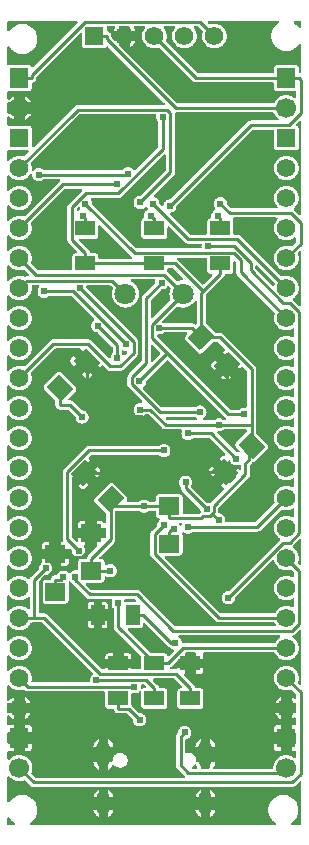
<source format=gbl>
G04 Layer: BottomLayer*
G04 EasyEDA v6.5.23, 2023-04-11 19:59:39*
G04 c99d532640dc4cbf880a73e467a675c2,770f52a9c06342aeb7d9f723a0e8078a,10*
G04 Gerber Generator version 0.2*
G04 Scale: 100 percent, Rotated: No, Reflected: No *
G04 Dimensions in inches *
G04 leading zeros omitted , absolute positions ,3 integer and 6 decimal *
%FSLAX36Y36*%
%MOIN*%

%AMMACRO1*21,1,$1,$2,0,0,$3*%
%ADD10C,0.0100*%
%ADD11R,0.0670X0.0475*%
%ADD12MACRO1,0.067X0.0475X0.0000*%
%ADD13R,0.0680X0.0585*%
%ADD14MACRO1,0.068X0.0585X0.0000*%
%ADD15MACRO1,0.067X0.0475X90.0000*%
%ADD16MACRO1,0.068X0.0585X-45.0000*%
%ADD17MACRO1,0.068X0.0585X-134.9994*%
%ADD18MACRO1,0.068X0.0585X-137.0001*%
%ADD19MACRO1,0.068X0.0585X135.0000*%
%ADD20R,0.0620X0.0669*%
%ADD21C,0.0669*%
%ADD22R,0.0620X0.0620*%
%ADD23O,0.047244X0.07873999999999999*%
%ADD24O,0.047244X0.09055099999999999*%
%ADD25C,0.0620*%
%ADD26C,0.0709*%
%ADD27C,0.0240*%
%ADD28C,0.0127*%

%LPD*%
G36*
X985160Y-35140D02*
G01*
X983560Y-34500D01*
X982380Y-33260D01*
X981300Y-31480D01*
X977560Y-26720D01*
X973280Y-22440D01*
X968520Y-18700D01*
X966740Y-17620D01*
X965500Y-16440D01*
X964860Y-14840D01*
X964960Y-13120D01*
X965759Y-11600D01*
X967140Y-10560D01*
X968820Y-10200D01*
X985800Y-10200D01*
X987340Y-10500D01*
X988620Y-11379D01*
X989500Y-12660D01*
X989800Y-14200D01*
X989800Y-31180D01*
X989440Y-32860D01*
X988400Y-34240D01*
X986880Y-35040D01*
G37*

%LPD*%
G36*
X94100Y-164500D02*
G01*
X92660Y-164340D01*
X91400Y-163680D01*
X90440Y-162600D01*
X88940Y-160180D01*
X87340Y-158580D01*
X85420Y-157360D01*
X83260Y-156620D01*
X80780Y-156340D01*
X19220Y-156340D01*
X16740Y-156620D01*
X15520Y-157040D01*
X14020Y-157260D01*
X12540Y-156900D01*
X11299Y-156020D01*
X10480Y-154760D01*
X10200Y-153260D01*
X10200Y-98820D01*
X10560Y-97140D01*
X11600Y-95760D01*
X13120Y-94960D01*
X14840Y-94860D01*
X16440Y-95500D01*
X17620Y-96740D01*
X18700Y-98520D01*
X22440Y-103280D01*
X26720Y-107560D01*
X31480Y-111300D01*
X36680Y-114440D01*
X42200Y-116940D01*
X47980Y-118740D01*
X53940Y-119820D01*
X60000Y-120200D01*
X66060Y-119820D01*
X72020Y-118740D01*
X77800Y-116940D01*
X83320Y-114440D01*
X88520Y-111300D01*
X93280Y-107560D01*
X97560Y-103280D01*
X101300Y-98520D01*
X104440Y-93320D01*
X106940Y-87800D01*
X108740Y-82020D01*
X109820Y-76060D01*
X110200Y-70000D01*
X109820Y-63940D01*
X108740Y-57980D01*
X106940Y-52200D01*
X104440Y-46680D01*
X101300Y-41480D01*
X97560Y-36720D01*
X93280Y-32440D01*
X88520Y-28700D01*
X83320Y-25560D01*
X77800Y-23060D01*
X72020Y-21260D01*
X66060Y-20179D01*
X60000Y-19800D01*
X53940Y-20179D01*
X47980Y-21260D01*
X42200Y-23060D01*
X36680Y-25560D01*
X31480Y-28700D01*
X26720Y-32440D01*
X22440Y-36720D01*
X18700Y-41480D01*
X17620Y-43259D01*
X16440Y-44500D01*
X14840Y-45140D01*
X13120Y-45039D01*
X11600Y-44240D01*
X10560Y-42859D01*
X10200Y-41180D01*
X10200Y-14200D01*
X10500Y-12660D01*
X11379Y-11379D01*
X12660Y-10500D01*
X14200Y-10200D01*
X240159Y-10200D01*
X241680Y-10500D01*
X242979Y-11379D01*
X243860Y-12660D01*
X244160Y-14200D01*
X243860Y-15740D01*
X242979Y-17020D01*
X96679Y-163340D01*
X95480Y-164160D01*
G37*

%LPD*%
G36*
X985340Y-185159D02*
G01*
X983360Y-184660D01*
X982220Y-183780D01*
X981460Y-182540D01*
X981200Y-181119D01*
X981200Y-166759D01*
X980920Y-164280D01*
X980160Y-162120D01*
X978960Y-160200D01*
X977340Y-158580D01*
X975420Y-157360D01*
X973259Y-156620D01*
X970780Y-156340D01*
X909220Y-156340D01*
X906740Y-156620D01*
X904580Y-157360D01*
X902660Y-158580D01*
X901040Y-160200D01*
X899840Y-162120D01*
X899080Y-164280D01*
X898800Y-166759D01*
X898800Y-180799D01*
X898500Y-182340D01*
X897620Y-183619D01*
X896340Y-184500D01*
X894800Y-184800D01*
X647960Y-184800D01*
X646420Y-184500D01*
X645120Y-183619D01*
X539620Y-78120D01*
X538780Y-76900D01*
X538440Y-75460D01*
X538660Y-74000D01*
X539780Y-70660D01*
X540840Y-65380D01*
X541200Y-60000D01*
X540840Y-54620D01*
X539780Y-49340D01*
X538060Y-44240D01*
X535680Y-39400D01*
X532680Y-34920D01*
X531800Y-33920D01*
X531040Y-32599D01*
X530800Y-31100D01*
X531160Y-29620D01*
X532040Y-28400D01*
X533320Y-27559D01*
X534800Y-27280D01*
X565200Y-27280D01*
X566680Y-27559D01*
X567960Y-28400D01*
X568840Y-29620D01*
X569200Y-31100D01*
X568960Y-32599D01*
X568200Y-33920D01*
X567320Y-34920D01*
X564320Y-39400D01*
X561940Y-44240D01*
X560220Y-49340D01*
X559160Y-54620D01*
X558800Y-60000D01*
X559160Y-65380D01*
X560220Y-70660D01*
X561940Y-75760D01*
X564320Y-80600D01*
X567320Y-85079D01*
X570880Y-89120D01*
X574920Y-92680D01*
X579400Y-95680D01*
X584240Y-98059D01*
X589340Y-99780D01*
X594620Y-100840D01*
X600000Y-101199D01*
X605380Y-100840D01*
X610660Y-99780D01*
X615760Y-98059D01*
X620600Y-95680D01*
X625080Y-92680D01*
X629120Y-89120D01*
X632680Y-85079D01*
X635680Y-80600D01*
X638060Y-75760D01*
X639780Y-70660D01*
X640840Y-65380D01*
X641200Y-60000D01*
X640840Y-54620D01*
X639780Y-49340D01*
X638060Y-44240D01*
X635680Y-39400D01*
X632680Y-34920D01*
X631800Y-33920D01*
X631040Y-32599D01*
X630800Y-31100D01*
X631160Y-29620D01*
X632040Y-28400D01*
X633320Y-27559D01*
X634800Y-27280D01*
X644120Y-27280D01*
X645660Y-27580D01*
X646960Y-28460D01*
X660380Y-41880D01*
X661220Y-43099D01*
X661560Y-44540D01*
X661340Y-46000D01*
X660220Y-49340D01*
X659160Y-54620D01*
X658800Y-60000D01*
X659160Y-65380D01*
X660220Y-70660D01*
X661940Y-75760D01*
X664320Y-80600D01*
X667320Y-85079D01*
X670879Y-89120D01*
X674920Y-92680D01*
X679400Y-95680D01*
X684240Y-98059D01*
X689340Y-99780D01*
X694620Y-100840D01*
X700000Y-101199D01*
X705380Y-100840D01*
X710660Y-99780D01*
X715759Y-98059D01*
X720600Y-95680D01*
X725080Y-92680D01*
X729120Y-89120D01*
X732680Y-85079D01*
X735680Y-80600D01*
X738060Y-75760D01*
X739780Y-70660D01*
X740840Y-65380D01*
X741200Y-60000D01*
X740840Y-54620D01*
X739780Y-49340D01*
X738060Y-44240D01*
X735680Y-39400D01*
X732680Y-34920D01*
X729120Y-30880D01*
X725080Y-27320D01*
X720600Y-24320D01*
X715759Y-21940D01*
X710660Y-20219D01*
X705380Y-19160D01*
X700000Y-18800D01*
X694620Y-19160D01*
X689340Y-20219D01*
X686000Y-21340D01*
X684539Y-21560D01*
X683100Y-21220D01*
X681880Y-20379D01*
X678520Y-17020D01*
X677660Y-15740D01*
X677360Y-14200D01*
X677660Y-12660D01*
X678520Y-11379D01*
X679820Y-10500D01*
X681360Y-10200D01*
X911180Y-10200D01*
X912860Y-10560D01*
X914240Y-11600D01*
X915040Y-13120D01*
X915140Y-14840D01*
X914500Y-16440D01*
X913259Y-17620D01*
X911480Y-18700D01*
X906720Y-22440D01*
X902440Y-26720D01*
X898700Y-31480D01*
X895560Y-36680D01*
X893060Y-42200D01*
X891260Y-47980D01*
X890180Y-53940D01*
X889800Y-60000D01*
X890180Y-66060D01*
X891260Y-72020D01*
X893060Y-77800D01*
X895560Y-83320D01*
X898700Y-88520D01*
X902440Y-93280D01*
X906720Y-97560D01*
X911480Y-101300D01*
X916680Y-104440D01*
X922200Y-106940D01*
X927980Y-108740D01*
X933940Y-109820D01*
X940000Y-110200D01*
X946060Y-109820D01*
X952020Y-108740D01*
X957800Y-106940D01*
X963319Y-104440D01*
X968520Y-101300D01*
X973280Y-97560D01*
X977560Y-93280D01*
X981300Y-88520D01*
X982380Y-86740D01*
X983560Y-85500D01*
X985160Y-84860D01*
X986880Y-84960D01*
X988400Y-85760D01*
X989440Y-87140D01*
X989800Y-88820D01*
X989800Y-181180D01*
X989460Y-182820D01*
X988460Y-184160D01*
X987020Y-185000D01*
G37*

%LPD*%
G36*
X579460Y-284800D02*
G01*
X577940Y-284500D01*
X576640Y-283620D01*
X383180Y-90160D01*
X382299Y-88859D01*
X382000Y-87340D01*
X382000Y-78000D01*
X372660Y-78000D01*
X371140Y-77700D01*
X369840Y-76820D01*
X358380Y-65380D01*
X357520Y-64080D01*
X357220Y-62539D01*
X357220Y-60199D01*
X356900Y-57040D01*
X356040Y-54200D01*
X354640Y-51560D01*
X352740Y-49260D01*
X350439Y-47380D01*
X347819Y-45980D01*
X343400Y-44680D01*
X342239Y-43800D01*
X341460Y-42560D01*
X341200Y-41120D01*
X341200Y-31280D01*
X341500Y-29740D01*
X342380Y-28460D01*
X343660Y-27580D01*
X345200Y-27280D01*
X365200Y-27280D01*
X366680Y-27559D01*
X367960Y-28400D01*
X368840Y-29620D01*
X369200Y-31100D01*
X368960Y-32599D01*
X368200Y-33920D01*
X367320Y-34920D01*
X364320Y-39400D01*
X363040Y-42000D01*
X382000Y-42000D01*
X382000Y-31280D01*
X382299Y-29740D01*
X383180Y-28460D01*
X384460Y-27580D01*
X386000Y-27280D01*
X414000Y-27280D01*
X415540Y-27580D01*
X416820Y-28460D01*
X417700Y-29740D01*
X418000Y-31280D01*
X418000Y-42000D01*
X436960Y-42000D01*
X435680Y-39400D01*
X432680Y-34920D01*
X431800Y-33920D01*
X431040Y-32599D01*
X430800Y-31100D01*
X431160Y-29620D01*
X432040Y-28400D01*
X433320Y-27559D01*
X434799Y-27280D01*
X465200Y-27280D01*
X466680Y-27559D01*
X467960Y-28400D01*
X468840Y-29620D01*
X469200Y-31100D01*
X468960Y-32599D01*
X468200Y-33920D01*
X467320Y-34920D01*
X464320Y-39400D01*
X461940Y-44240D01*
X460220Y-49340D01*
X459159Y-54620D01*
X458800Y-60000D01*
X459159Y-65380D01*
X460220Y-70660D01*
X461940Y-75760D01*
X464320Y-80600D01*
X467320Y-85079D01*
X470880Y-89120D01*
X474920Y-92680D01*
X479400Y-95680D01*
X484240Y-98059D01*
X489340Y-99780D01*
X494620Y-100840D01*
X500000Y-101199D01*
X505379Y-100840D01*
X510660Y-99780D01*
X514000Y-98660D01*
X515460Y-98440D01*
X516900Y-98780D01*
X518120Y-99620D01*
X629120Y-210600D01*
X631560Y-212620D01*
X634200Y-214020D01*
X637040Y-214880D01*
X640200Y-215200D01*
X894800Y-215200D01*
X896340Y-215500D01*
X897620Y-216380D01*
X898500Y-217659D01*
X898800Y-219200D01*
X898800Y-233240D01*
X899080Y-235720D01*
X899840Y-237880D01*
X901040Y-239800D01*
X902660Y-241420D01*
X904580Y-242640D01*
X906740Y-243380D01*
X909220Y-243660D01*
X968720Y-243660D01*
X970260Y-243960D01*
X971540Y-244840D01*
X972420Y-246140D01*
X972720Y-247659D01*
X972720Y-262079D01*
X972340Y-263800D01*
X971260Y-265180D01*
X969680Y-265960D01*
X967940Y-266000D01*
X966320Y-265280D01*
X963820Y-263420D01*
X958940Y-260660D01*
X953760Y-258560D01*
X948340Y-257140D01*
X942800Y-256439D01*
X937200Y-256439D01*
X931660Y-257140D01*
X926240Y-258560D01*
X921060Y-260660D01*
X916180Y-263420D01*
X911700Y-266760D01*
X907680Y-270640D01*
X904200Y-275020D01*
X901300Y-279800D01*
X900140Y-282420D01*
X899260Y-283680D01*
X897980Y-284500D01*
X896480Y-284800D01*
G37*

%LPC*%
G36*
X418000Y-96960D02*
G01*
X420600Y-95680D01*
X425080Y-92680D01*
X429120Y-89120D01*
X432680Y-85079D01*
X435680Y-80600D01*
X436960Y-78000D01*
X418000Y-78000D01*
G37*

%LPD*%
G36*
X95200Y-431640D02*
G01*
X93660Y-431340D01*
X92380Y-430480D01*
X91500Y-429180D01*
X91199Y-427640D01*
X91199Y-369219D01*
X90920Y-366740D01*
X90160Y-364580D01*
X88960Y-362660D01*
X87340Y-361040D01*
X85420Y-359840D01*
X83260Y-359080D01*
X80780Y-358800D01*
X19220Y-358800D01*
X16740Y-359080D01*
X15520Y-359500D01*
X14020Y-359720D01*
X12540Y-359380D01*
X11299Y-358500D01*
X10480Y-357220D01*
X10200Y-355740D01*
X10200Y-331340D01*
X10520Y-329780D01*
X11419Y-328459D01*
X12760Y-327600D01*
X14320Y-327340D01*
X15880Y-327700D01*
X17160Y-328640D01*
X19620Y-331360D01*
X23880Y-334980D01*
X28580Y-338040D01*
X30760Y-339099D01*
X30760Y-319240D01*
X14200Y-319240D01*
X12660Y-318920D01*
X11379Y-318060D01*
X10500Y-316760D01*
X10200Y-315240D01*
X10200Y-284760D01*
X10500Y-283240D01*
X11379Y-281940D01*
X12660Y-281080D01*
X14200Y-280760D01*
X30760Y-280760D01*
X30760Y-260840D01*
X26180Y-263420D01*
X21700Y-266760D01*
X16060Y-272140D01*
X14500Y-272580D01*
X12880Y-272380D01*
X11480Y-271540D01*
X10540Y-270200D01*
X10200Y-268600D01*
X10200Y-246740D01*
X10480Y-245240D01*
X11299Y-243980D01*
X12540Y-243100D01*
X14020Y-242740D01*
X15520Y-242960D01*
X16740Y-243380D01*
X19220Y-243660D01*
X80780Y-243660D01*
X83260Y-243380D01*
X85420Y-242640D01*
X87340Y-241420D01*
X88960Y-239800D01*
X90160Y-237880D01*
X90920Y-235720D01*
X91199Y-233240D01*
X91199Y-218880D01*
X91460Y-217440D01*
X92240Y-216200D01*
X93400Y-215320D01*
X97820Y-214020D01*
X100440Y-212620D01*
X102739Y-210740D01*
X104640Y-208440D01*
X106039Y-205799D01*
X106900Y-202960D01*
X107220Y-199800D01*
X107220Y-197460D01*
X107520Y-195920D01*
X108379Y-194620D01*
X251980Y-51040D01*
X253260Y-50160D01*
X254800Y-49860D01*
X256340Y-50160D01*
X257620Y-51040D01*
X258500Y-52340D01*
X258800Y-53860D01*
X258800Y-90780D01*
X259080Y-93260D01*
X259840Y-95420D01*
X261040Y-97340D01*
X262660Y-98960D01*
X264580Y-100160D01*
X266740Y-100920D01*
X269220Y-101199D01*
X330780Y-101199D01*
X333260Y-100920D01*
X335420Y-100160D01*
X337340Y-98960D01*
X338960Y-97340D01*
X339520Y-96440D01*
X340500Y-95380D01*
X341760Y-94720D01*
X343180Y-94560D01*
X344560Y-94920D01*
X345740Y-95740D01*
X533820Y-283820D01*
X534700Y-285100D01*
X535000Y-286640D01*
X534700Y-288180D01*
X533820Y-289460D01*
X532520Y-290340D01*
X531000Y-290640D01*
X244360Y-290640D01*
X241200Y-290960D01*
X238359Y-291820D01*
X235720Y-293220D01*
X233280Y-295240D01*
X98020Y-430480D01*
X96740Y-431340D01*
G37*

%LPC*%
G36*
X69240Y-339099D02*
G01*
X71420Y-338040D01*
X76120Y-334980D01*
X80380Y-331360D01*
X84140Y-327220D01*
X87340Y-322640D01*
X89100Y-319240D01*
X69240Y-319240D01*
G37*
G36*
X69240Y-280760D02*
G01*
X89140Y-280760D01*
X88699Y-279800D01*
X85800Y-275020D01*
X82320Y-270640D01*
X78300Y-266760D01*
X73820Y-263420D01*
X69240Y-260840D01*
G37*

%LPD*%
G36*
X14380Y-476420D02*
G01*
X12800Y-476160D01*
X11439Y-475300D01*
X10520Y-473980D01*
X10200Y-472420D01*
X10200Y-444280D01*
X10480Y-442780D01*
X11299Y-441500D01*
X12540Y-440620D01*
X14020Y-440280D01*
X15520Y-440500D01*
X16740Y-440920D01*
X19220Y-441200D01*
X77640Y-441200D01*
X79180Y-441500D01*
X80480Y-442380D01*
X81340Y-443660D01*
X81640Y-445200D01*
X81340Y-446740D01*
X80480Y-448020D01*
X68120Y-460379D01*
X66900Y-461220D01*
X65460Y-461560D01*
X64000Y-461340D01*
X60660Y-460220D01*
X55380Y-459159D01*
X50000Y-458800D01*
X44620Y-459159D01*
X39340Y-460220D01*
X34240Y-461940D01*
X29400Y-464320D01*
X24920Y-467320D01*
X20880Y-470880D01*
X17200Y-475060D01*
X15920Y-476019D01*
G37*

%LPD*%
G36*
X94780Y-509140D02*
G01*
X93219Y-508780D01*
X91920Y-507840D01*
X91100Y-506460D01*
X90879Y-504880D01*
X91199Y-500000D01*
X90840Y-494620D01*
X89780Y-489340D01*
X88660Y-486000D01*
X88440Y-484540D01*
X88780Y-483100D01*
X89620Y-481880D01*
X249280Y-322220D01*
X250580Y-321340D01*
X252120Y-321040D01*
X502640Y-321040D01*
X504240Y-321380D01*
X505600Y-322340D01*
X506420Y-323780D01*
X506620Y-325420D01*
X506200Y-329799D01*
X506540Y-333640D01*
X507540Y-337380D01*
X509159Y-340880D01*
X511380Y-344060D01*
X512000Y-344680D01*
X512879Y-345980D01*
X513180Y-347500D01*
X513180Y-428720D01*
X512879Y-430260D01*
X512000Y-431560D01*
X436640Y-506920D01*
X435180Y-507860D01*
X433459Y-508080D01*
X431820Y-507560D01*
X430540Y-506380D01*
X429280Y-504580D01*
X426540Y-501860D01*
X423380Y-499640D01*
X419860Y-498000D01*
X416140Y-497000D01*
X412280Y-496659D01*
X408420Y-497000D01*
X404700Y-498000D01*
X401180Y-499640D01*
X398020Y-501860D01*
X395280Y-504580D01*
X394040Y-506000D01*
X392920Y-506599D01*
X391659Y-506800D01*
X132620Y-506800D01*
X131100Y-506500D01*
X129800Y-505620D01*
X129179Y-505000D01*
X126000Y-502780D01*
X122500Y-501160D01*
X118760Y-500160D01*
X114920Y-499820D01*
X111060Y-500160D01*
X107320Y-501160D01*
X103820Y-502780D01*
X100640Y-505000D01*
X97700Y-507960D01*
X96359Y-508840D01*
G37*

%LPD*%
G36*
X525720Y-626420D02*
G01*
X524240Y-626100D01*
X523000Y-625260D01*
X518280Y-620540D01*
X517480Y-619400D01*
X517120Y-618060D01*
X516840Y-614900D01*
X515840Y-611160D01*
X514219Y-607660D01*
X512000Y-604480D01*
X509260Y-601760D01*
X506100Y-599540D01*
X502580Y-597900D01*
X500240Y-597280D01*
X498760Y-596520D01*
X497700Y-595220D01*
X497280Y-593620D01*
X497540Y-591980D01*
X498440Y-590580D01*
X563960Y-525060D01*
X565980Y-522600D01*
X567380Y-519980D01*
X568240Y-517140D01*
X568560Y-513980D01*
X568560Y-319200D01*
X568860Y-317660D01*
X569740Y-316380D01*
X571020Y-315500D01*
X572560Y-315200D01*
X896380Y-315200D01*
X897800Y-315460D01*
X899040Y-316220D01*
X899940Y-317360D01*
X902680Y-322640D01*
X905860Y-327220D01*
X909620Y-331360D01*
X913500Y-334660D01*
X914500Y-335920D01*
X914900Y-337480D01*
X914659Y-339080D01*
X913800Y-340460D01*
X912480Y-341380D01*
X910900Y-341700D01*
X821260Y-341700D01*
X818100Y-342020D01*
X815260Y-342879D01*
X812620Y-344280D01*
X810180Y-346300D01*
X553480Y-602980D01*
X552340Y-603780D01*
X551000Y-604140D01*
X547840Y-604420D01*
X544100Y-605420D01*
X540600Y-607060D01*
X537420Y-609280D01*
X534700Y-612000D01*
X532480Y-615180D01*
X530840Y-618680D01*
X529400Y-624220D01*
X528480Y-625420D01*
X527200Y-626180D01*
G37*

%LPD*%
G36*
X245340Y-643080D02*
G01*
X243600Y-643000D01*
X242060Y-642200D01*
X241020Y-640840D01*
X240640Y-638880D01*
X240940Y-637340D01*
X241820Y-636040D01*
X246100Y-631740D01*
X247560Y-630820D01*
X249280Y-630600D01*
X250940Y-631120D01*
X252220Y-632280D01*
X253160Y-633620D01*
X253820Y-635220D01*
X253740Y-636940D01*
X252940Y-638480D01*
X251560Y-639540D01*
X250020Y-640260D01*
X246940Y-642420D01*
G37*

%LPD*%
G36*
X14380Y-676420D02*
G01*
X12800Y-676160D01*
X11439Y-675300D01*
X10520Y-673980D01*
X10200Y-672420D01*
X10200Y-627580D01*
X10520Y-626020D01*
X11439Y-624700D01*
X12800Y-623840D01*
X14380Y-623580D01*
X15920Y-623980D01*
X17200Y-624940D01*
X20880Y-629120D01*
X24920Y-632680D01*
X29400Y-635680D01*
X34240Y-638060D01*
X39340Y-639780D01*
X44620Y-640840D01*
X50000Y-641200D01*
X55380Y-640840D01*
X60660Y-639780D01*
X65760Y-638060D01*
X70600Y-635680D01*
X75080Y-632680D01*
X79120Y-629120D01*
X82680Y-625080D01*
X85680Y-620600D01*
X88059Y-615760D01*
X89780Y-610660D01*
X90840Y-605380D01*
X91199Y-600000D01*
X90840Y-594620D01*
X89780Y-589340D01*
X88059Y-584240D01*
X85680Y-579400D01*
X82680Y-574920D01*
X79120Y-570880D01*
X75080Y-567320D01*
X70600Y-564320D01*
X65760Y-561940D01*
X60660Y-560220D01*
X55380Y-559160D01*
X50000Y-558800D01*
X44620Y-559160D01*
X39340Y-560220D01*
X34240Y-561940D01*
X29400Y-564320D01*
X24920Y-567320D01*
X20880Y-570880D01*
X17200Y-575060D01*
X15920Y-576020D01*
X14380Y-576420D01*
X12800Y-576160D01*
X11439Y-575300D01*
X10520Y-573980D01*
X10200Y-572420D01*
X10200Y-527580D01*
X10520Y-526020D01*
X11439Y-524700D01*
X12800Y-523840D01*
X14380Y-523579D01*
X15920Y-523980D01*
X17200Y-524940D01*
X20880Y-529120D01*
X24920Y-532680D01*
X29400Y-535680D01*
X34240Y-538060D01*
X39340Y-539780D01*
X44620Y-540840D01*
X50000Y-541200D01*
X55380Y-540840D01*
X60660Y-539780D01*
X65760Y-538060D01*
X70600Y-535680D01*
X75080Y-532680D01*
X79120Y-529120D01*
X82680Y-525080D01*
X85480Y-520880D01*
X86640Y-519739D01*
X88160Y-519159D01*
X89800Y-519240D01*
X91260Y-519940D01*
X92320Y-521200D01*
X92800Y-522760D01*
X93059Y-525860D01*
X94060Y-529580D01*
X95700Y-533100D01*
X97920Y-536260D01*
X100640Y-539000D01*
X103820Y-541220D01*
X107320Y-542840D01*
X111060Y-543840D01*
X114920Y-544180D01*
X118760Y-543840D01*
X122500Y-542840D01*
X126000Y-541220D01*
X129179Y-539000D01*
X129800Y-538380D01*
X131100Y-537500D01*
X132620Y-537200D01*
X181640Y-537200D01*
X183180Y-537500D01*
X184480Y-538380D01*
X185340Y-539660D01*
X185640Y-541200D01*
X185340Y-542740D01*
X184480Y-544020D01*
X68120Y-660380D01*
X66900Y-661220D01*
X65460Y-661560D01*
X64000Y-661340D01*
X60660Y-660220D01*
X55380Y-659160D01*
X50000Y-658800D01*
X44620Y-659160D01*
X39340Y-660220D01*
X34240Y-661940D01*
X29400Y-664320D01*
X24920Y-667320D01*
X20880Y-670879D01*
X17200Y-675060D01*
X15920Y-676020D01*
G37*

%LPD*%
G36*
X621440Y-722039D02*
G01*
X619920Y-721740D01*
X618620Y-720860D01*
X552700Y-654960D01*
X551860Y-653720D01*
X551540Y-652240D01*
X551780Y-650759D01*
X552540Y-649479D01*
X553740Y-648560D01*
X559280Y-647120D01*
X562780Y-645480D01*
X565960Y-643259D01*
X568680Y-640540D01*
X570900Y-637360D01*
X572540Y-633860D01*
X573540Y-630120D01*
X573820Y-626960D01*
X574180Y-625620D01*
X574980Y-624480D01*
X826180Y-373280D01*
X827480Y-372400D01*
X829020Y-372100D01*
X894800Y-372100D01*
X896340Y-372400D01*
X897620Y-373280D01*
X898500Y-374560D01*
X898800Y-376100D01*
X898800Y-430780D01*
X899080Y-433260D01*
X899840Y-435420D01*
X901040Y-437340D01*
X902660Y-438960D01*
X904580Y-440160D01*
X906740Y-440920D01*
X909220Y-441200D01*
X970780Y-441200D01*
X973259Y-440920D01*
X975420Y-440160D01*
X977340Y-438960D01*
X978960Y-437340D01*
X980160Y-435420D01*
X980920Y-433260D01*
X981200Y-430780D01*
X981200Y-369219D01*
X980920Y-366740D01*
X980160Y-364580D01*
X978960Y-362660D01*
X977340Y-361040D01*
X975420Y-359840D01*
X974419Y-359480D01*
X973040Y-358660D01*
X972099Y-357360D01*
X971740Y-355800D01*
X972020Y-354219D01*
X972900Y-352879D01*
X982980Y-342819D01*
X984260Y-341940D01*
X985800Y-341640D01*
X987340Y-341940D01*
X988620Y-342819D01*
X989500Y-344120D01*
X989800Y-345640D01*
X989800Y-653700D01*
X989500Y-655240D01*
X988620Y-656540D01*
X987340Y-657400D01*
X985800Y-657700D01*
X984260Y-657400D01*
X982980Y-656540D01*
X965819Y-639400D01*
X965120Y-638820D01*
X964060Y-637460D01*
X963660Y-635800D01*
X964020Y-634100D01*
X965040Y-632720D01*
X969120Y-629120D01*
X972680Y-625080D01*
X975680Y-620600D01*
X978060Y-615760D01*
X979780Y-610660D01*
X980840Y-605380D01*
X981200Y-600000D01*
X980840Y-594620D01*
X979780Y-589340D01*
X978060Y-584240D01*
X975680Y-579400D01*
X972680Y-574920D01*
X969120Y-570880D01*
X965080Y-567320D01*
X960600Y-564320D01*
X955759Y-561940D01*
X950660Y-560220D01*
X945380Y-559160D01*
X940000Y-558800D01*
X934620Y-559160D01*
X929340Y-560220D01*
X924240Y-561940D01*
X919400Y-564320D01*
X914920Y-567320D01*
X910879Y-570880D01*
X907320Y-574920D01*
X904320Y-579400D01*
X901940Y-584240D01*
X900220Y-589340D01*
X899160Y-594620D01*
X898800Y-600000D01*
X899160Y-605380D01*
X900220Y-610660D01*
X901940Y-615760D01*
X904320Y-620600D01*
X907320Y-625080D01*
X910020Y-628160D01*
X910800Y-629480D01*
X911020Y-630980D01*
X910660Y-632460D01*
X909780Y-633680D01*
X908520Y-634520D01*
X907020Y-634800D01*
X758860Y-634800D01*
X757320Y-634500D01*
X756020Y-633620D01*
X743280Y-620880D01*
X742480Y-619740D01*
X742120Y-618400D01*
X741840Y-615240D01*
X740840Y-611520D01*
X739220Y-608000D01*
X737000Y-604840D01*
X734260Y-602100D01*
X731100Y-599880D01*
X727580Y-598260D01*
X723860Y-597260D01*
X720000Y-596920D01*
X716140Y-597260D01*
X712420Y-598260D01*
X708900Y-599880D01*
X705740Y-602100D01*
X703000Y-604840D01*
X700780Y-608000D01*
X699160Y-611520D01*
X698160Y-615240D01*
X697820Y-619100D01*
X698160Y-622960D01*
X699160Y-626680D01*
X700780Y-630200D01*
X703860Y-634640D01*
X704180Y-636120D01*
X703920Y-637640D01*
X703120Y-638920D01*
X701880Y-639820D01*
X700040Y-640680D01*
X696880Y-642900D01*
X694140Y-645620D01*
X691919Y-648800D01*
X690300Y-652300D01*
X689300Y-656040D01*
X688960Y-659900D01*
X689280Y-663600D01*
X689120Y-665120D01*
X688400Y-666480D01*
X687200Y-667460D01*
X685740Y-667920D01*
X684260Y-668100D01*
X682099Y-668840D01*
X680180Y-670060D01*
X678560Y-671660D01*
X677340Y-673600D01*
X676600Y-675740D01*
X676320Y-678240D01*
X676320Y-718040D01*
X676020Y-719580D01*
X675140Y-720860D01*
X673840Y-721740D01*
X672320Y-722039D01*
G37*

%LPC*%
G36*
X940000Y-541200D02*
G01*
X945380Y-540840D01*
X950660Y-539780D01*
X955759Y-538060D01*
X960600Y-535680D01*
X965080Y-532680D01*
X969120Y-529120D01*
X972680Y-525080D01*
X975680Y-520600D01*
X978060Y-515760D01*
X979780Y-510660D01*
X980840Y-505379D01*
X981200Y-500000D01*
X980840Y-494620D01*
X979780Y-489340D01*
X978060Y-484240D01*
X975680Y-479400D01*
X972680Y-474920D01*
X969120Y-470880D01*
X965080Y-467320D01*
X960600Y-464320D01*
X955759Y-461940D01*
X950660Y-460220D01*
X945380Y-459159D01*
X940000Y-458800D01*
X934620Y-459159D01*
X929340Y-460220D01*
X924240Y-461940D01*
X919400Y-464320D01*
X914920Y-467320D01*
X910879Y-470880D01*
X907320Y-474920D01*
X904320Y-479400D01*
X901940Y-484240D01*
X900220Y-489340D01*
X899160Y-494620D01*
X898800Y-500000D01*
X899160Y-505379D01*
X900220Y-510660D01*
X901940Y-515760D01*
X904320Y-520600D01*
X907320Y-525080D01*
X910879Y-529120D01*
X914920Y-532680D01*
X919400Y-535680D01*
X924240Y-538060D01*
X929340Y-539780D01*
X934620Y-540840D01*
G37*

%LPD*%
G36*
X442180Y-768180D02*
G01*
X440660Y-767880D01*
X439360Y-767000D01*
X293280Y-620940D01*
X292480Y-619800D01*
X292120Y-618460D01*
X291840Y-615300D01*
X290840Y-611560D01*
X289220Y-608060D01*
X288080Y-606440D01*
X287420Y-604840D01*
X287500Y-603120D01*
X288300Y-601580D01*
X289660Y-600520D01*
X291360Y-600160D01*
X379920Y-600160D01*
X383080Y-599840D01*
X385920Y-598980D01*
X388540Y-597580D01*
X391000Y-595560D01*
X531340Y-455220D01*
X532620Y-454360D01*
X534160Y-454060D01*
X535700Y-454360D01*
X536980Y-455220D01*
X537860Y-456520D01*
X538160Y-458060D01*
X538160Y-506220D01*
X537860Y-507740D01*
X536980Y-509040D01*
X454900Y-591140D01*
X453760Y-591940D01*
X452420Y-592300D01*
X449260Y-592580D01*
X445520Y-593580D01*
X442020Y-595200D01*
X438840Y-597420D01*
X436120Y-600160D01*
X433900Y-603320D01*
X432260Y-606840D01*
X431260Y-610560D01*
X430920Y-614420D01*
X431260Y-618280D01*
X432260Y-622000D01*
X433900Y-625520D01*
X436120Y-628680D01*
X438840Y-631420D01*
X442020Y-633640D01*
X445520Y-635260D01*
X449260Y-636260D01*
X453120Y-636600D01*
X456960Y-636260D01*
X460700Y-635260D01*
X464200Y-633640D01*
X467380Y-631420D01*
X469600Y-629180D01*
X471060Y-628260D01*
X472780Y-628040D01*
X474420Y-628560D01*
X475700Y-629720D01*
X478860Y-634280D01*
X479180Y-635780D01*
X478920Y-637280D01*
X478100Y-638560D01*
X476300Y-639720D01*
X473140Y-641940D01*
X470400Y-644680D01*
X468180Y-647840D01*
X466560Y-651360D01*
X465560Y-655080D01*
X465220Y-658940D01*
X465560Y-662800D01*
X465780Y-663640D01*
X465880Y-665120D01*
X465460Y-666540D01*
X464520Y-667700D01*
X463240Y-668439D01*
X462100Y-668840D01*
X460180Y-670060D01*
X458560Y-671660D01*
X457340Y-673600D01*
X456599Y-675740D01*
X456320Y-678240D01*
X456320Y-725320D01*
X456599Y-727820D01*
X457340Y-729960D01*
X458560Y-731900D01*
X460180Y-733500D01*
X462100Y-734720D01*
X464260Y-735480D01*
X466740Y-735759D01*
X533260Y-735759D01*
X535740Y-735480D01*
X537900Y-734720D01*
X539820Y-733500D01*
X541440Y-731900D01*
X542660Y-729960D01*
X543400Y-727820D01*
X543680Y-725320D01*
X543680Y-698580D01*
X543980Y-697060D01*
X544860Y-695759D01*
X546160Y-694900D01*
X547680Y-694580D01*
X549220Y-694900D01*
X550520Y-695759D01*
X602600Y-747840D01*
X605060Y-749860D01*
X607680Y-751260D01*
X610520Y-752120D01*
X613680Y-752440D01*
X653540Y-752440D01*
X655160Y-752780D01*
X656500Y-753740D01*
X657340Y-755160D01*
X657540Y-756780D01*
X657220Y-760320D01*
X657540Y-763840D01*
X657340Y-765460D01*
X656500Y-766880D01*
X655160Y-767840D01*
X653540Y-768180D01*
G37*

%LPD*%
G36*
X317680Y-803020D02*
G01*
X316160Y-802720D01*
X314860Y-801840D01*
X313980Y-800560D01*
X313680Y-799020D01*
X313680Y-794680D01*
X313400Y-792180D01*
X312660Y-790040D01*
X311440Y-788100D01*
X309820Y-786500D01*
X307900Y-785280D01*
X305740Y-784520D01*
X303260Y-784240D01*
X288880Y-784240D01*
X287440Y-783980D01*
X286200Y-783220D01*
X285320Y-782039D01*
X284020Y-777640D01*
X282620Y-775000D01*
X280600Y-772560D01*
X250640Y-742580D01*
X249760Y-741280D01*
X249460Y-739760D01*
X249760Y-738220D01*
X250640Y-736919D01*
X251940Y-736060D01*
X253460Y-735759D01*
X303260Y-735759D01*
X305740Y-735480D01*
X307900Y-734720D01*
X309820Y-733500D01*
X311440Y-731900D01*
X312660Y-729960D01*
X313400Y-727820D01*
X313680Y-725320D01*
X313680Y-693980D01*
X313980Y-692460D01*
X314860Y-691160D01*
X316160Y-690300D01*
X317680Y-689980D01*
X319220Y-690300D01*
X320520Y-691160D01*
X423340Y-793980D01*
X425700Y-795920D01*
X426719Y-797200D01*
X427160Y-798760D01*
X426940Y-800360D01*
X426079Y-801760D01*
X424760Y-802700D01*
X423160Y-803020D01*
G37*

%LPD*%
G36*
X113680Y-840540D02*
G01*
X112160Y-840220D01*
X110860Y-839360D01*
X89620Y-818120D01*
X88780Y-816900D01*
X88440Y-815460D01*
X88660Y-814000D01*
X89780Y-810660D01*
X90840Y-805380D01*
X91199Y-800000D01*
X90840Y-794620D01*
X89780Y-789340D01*
X88059Y-784240D01*
X85680Y-779400D01*
X82680Y-774920D01*
X79120Y-770879D01*
X75080Y-767320D01*
X70600Y-764320D01*
X65760Y-761940D01*
X60660Y-760220D01*
X55380Y-759160D01*
X50000Y-758800D01*
X44620Y-759160D01*
X39340Y-760220D01*
X34240Y-761940D01*
X29400Y-764320D01*
X24920Y-767320D01*
X20880Y-770879D01*
X17200Y-775060D01*
X15920Y-776020D01*
X14380Y-776420D01*
X12800Y-776160D01*
X11439Y-775300D01*
X10520Y-773980D01*
X10200Y-772420D01*
X10200Y-727580D01*
X10520Y-726020D01*
X11439Y-724700D01*
X12800Y-723840D01*
X14380Y-723580D01*
X15920Y-723980D01*
X17200Y-724940D01*
X20880Y-729120D01*
X24920Y-732680D01*
X29400Y-735680D01*
X34240Y-738060D01*
X39340Y-739780D01*
X44620Y-740840D01*
X50000Y-741200D01*
X55380Y-740840D01*
X60660Y-739780D01*
X65760Y-738060D01*
X70600Y-735680D01*
X75080Y-732680D01*
X79120Y-729120D01*
X82680Y-725080D01*
X85680Y-720600D01*
X88059Y-715759D01*
X89780Y-710660D01*
X90840Y-705380D01*
X91199Y-700000D01*
X90840Y-694620D01*
X89780Y-689340D01*
X88660Y-686000D01*
X88440Y-684539D01*
X88780Y-683100D01*
X89620Y-681880D01*
X200820Y-570680D01*
X202120Y-569820D01*
X203640Y-569520D01*
X255700Y-569520D01*
X257220Y-569820D01*
X258520Y-570680D01*
X259400Y-571980D01*
X259700Y-573520D01*
X259400Y-575040D01*
X258520Y-576340D01*
X214840Y-620040D01*
X212820Y-622480D01*
X211420Y-625120D01*
X210560Y-627960D01*
X210240Y-631120D01*
X210240Y-738680D01*
X210560Y-741840D01*
X211420Y-744680D01*
X212820Y-747320D01*
X214840Y-749760D01*
X242480Y-777420D01*
X243359Y-778720D01*
X243660Y-780240D01*
X243359Y-781780D01*
X242480Y-783080D01*
X241180Y-783940D01*
X239660Y-784240D01*
X236740Y-784240D01*
X234259Y-784520D01*
X232100Y-785280D01*
X230180Y-786500D01*
X228560Y-788100D01*
X227340Y-790040D01*
X226600Y-792180D01*
X226320Y-794680D01*
X226320Y-836540D01*
X226020Y-838060D01*
X225140Y-839360D01*
X223840Y-840220D01*
X222320Y-840540D01*
G37*

%LPD*%
G36*
X14380Y-876420D02*
G01*
X12800Y-876160D01*
X11439Y-875300D01*
X10520Y-873980D01*
X10200Y-872420D01*
X10200Y-827580D01*
X10520Y-826020D01*
X11439Y-824700D01*
X12800Y-823840D01*
X14380Y-823580D01*
X15920Y-823980D01*
X17200Y-824940D01*
X20880Y-829120D01*
X24920Y-832680D01*
X29400Y-835680D01*
X34240Y-838060D01*
X39340Y-839780D01*
X44620Y-840840D01*
X50000Y-841200D01*
X55380Y-840840D01*
X60660Y-839780D01*
X64000Y-838660D01*
X65460Y-838439D01*
X66900Y-838780D01*
X68120Y-839620D01*
X82240Y-853740D01*
X83120Y-855040D01*
X83420Y-856580D01*
X83120Y-858100D01*
X82240Y-859400D01*
X80940Y-860260D01*
X79420Y-860580D01*
X74420Y-860580D01*
X71280Y-860879D01*
X67980Y-861900D01*
X66740Y-862080D01*
X65519Y-861860D01*
X60660Y-860220D01*
X55380Y-859160D01*
X50000Y-858800D01*
X44620Y-859160D01*
X39340Y-860220D01*
X34240Y-861940D01*
X29400Y-864320D01*
X24920Y-867320D01*
X20880Y-870879D01*
X17200Y-875060D01*
X15920Y-876020D01*
G37*

%LPD*%
G36*
X577300Y-878139D02*
G01*
X575800Y-877820D01*
X574520Y-876960D01*
X544600Y-847039D01*
X543900Y-846080D01*
X543500Y-844960D01*
X543460Y-843780D01*
X543680Y-841760D01*
X543680Y-837420D01*
X543980Y-835879D01*
X544860Y-834599D01*
X546160Y-833720D01*
X547680Y-833420D01*
X559580Y-833420D01*
X561120Y-833720D01*
X562420Y-834599D01*
X595500Y-867680D01*
X596440Y-869160D01*
X596640Y-870920D01*
X596080Y-872600D01*
X594840Y-873860D01*
X593160Y-874460D01*
X587520Y-875180D01*
X581960Y-876600D01*
X578820Y-877860D01*
G37*

%LPD*%
G36*
X661160Y-888680D02*
G01*
X659620Y-888379D01*
X658340Y-887520D01*
X578420Y-807620D01*
X576060Y-805680D01*
X575040Y-804400D01*
X574620Y-802840D01*
X574840Y-801240D01*
X575680Y-799840D01*
X577020Y-798920D01*
X578600Y-798580D01*
X672320Y-798580D01*
X673840Y-798880D01*
X675140Y-799760D01*
X676020Y-801040D01*
X676320Y-802580D01*
X676320Y-841760D01*
X676600Y-844260D01*
X677340Y-846400D01*
X678560Y-848340D01*
X680180Y-849940D01*
X682099Y-851160D01*
X684260Y-851900D01*
X686740Y-852180D01*
X689659Y-852180D01*
X691180Y-852500D01*
X692480Y-853360D01*
X693360Y-854659D01*
X693660Y-856180D01*
X693360Y-857720D01*
X692480Y-859020D01*
X663980Y-887520D01*
X662700Y-888379D01*
G37*

%LPD*%
G36*
X896540Y-892900D02*
G01*
X894840Y-892660D01*
X893379Y-891740D01*
X837280Y-835620D01*
X836400Y-834320D01*
X836100Y-832800D01*
X836100Y-827260D01*
X836400Y-825720D01*
X837280Y-824419D01*
X838560Y-823560D01*
X840100Y-823259D01*
X841640Y-823560D01*
X842920Y-824419D01*
X900380Y-881880D01*
X901220Y-883100D01*
X901560Y-884539D01*
X901340Y-886000D01*
X900140Y-889700D01*
X899460Y-891260D01*
X898180Y-892400D01*
G37*

%LPD*%
G36*
X985800Y-960240D02*
G01*
X984260Y-959940D01*
X982980Y-959060D01*
X963439Y-939520D01*
X962500Y-938040D01*
X962280Y-936300D01*
X962840Y-934640D01*
X964040Y-933379D01*
X965080Y-932680D01*
X969120Y-929120D01*
X972680Y-925080D01*
X975680Y-920600D01*
X978060Y-915759D01*
X979780Y-910660D01*
X980840Y-905380D01*
X981200Y-900000D01*
X980840Y-894620D01*
X979780Y-889340D01*
X978060Y-884240D01*
X975680Y-879400D01*
X972680Y-874920D01*
X969120Y-870879D01*
X965080Y-867320D01*
X960600Y-864320D01*
X955759Y-861940D01*
X950660Y-860220D01*
X945380Y-859160D01*
X940000Y-858800D01*
X934620Y-859160D01*
X929340Y-860220D01*
X926000Y-861340D01*
X924539Y-861560D01*
X923100Y-861220D01*
X921880Y-860380D01*
X788120Y-726640D01*
X785680Y-724620D01*
X783040Y-723220D01*
X780200Y-722360D01*
X777039Y-722039D01*
X767680Y-722039D01*
X766160Y-721740D01*
X764860Y-720860D01*
X763980Y-719580D01*
X763680Y-718040D01*
X763680Y-678240D01*
X763400Y-675740D01*
X762660Y-673600D01*
X761220Y-671320D01*
X760639Y-669740D01*
X760780Y-668040D01*
X761600Y-666560D01*
X762960Y-665560D01*
X764620Y-665200D01*
X907020Y-665200D01*
X908520Y-665480D01*
X909780Y-666320D01*
X910660Y-667540D01*
X911020Y-669020D01*
X910800Y-670520D01*
X910020Y-671840D01*
X907320Y-674920D01*
X904320Y-679400D01*
X901940Y-684240D01*
X900220Y-689340D01*
X899160Y-694620D01*
X898800Y-700000D01*
X899160Y-705380D01*
X900220Y-710660D01*
X901940Y-715759D01*
X904320Y-720600D01*
X907320Y-725080D01*
X910879Y-729120D01*
X914920Y-732680D01*
X919400Y-735680D01*
X924240Y-738060D01*
X929340Y-739780D01*
X934620Y-740840D01*
X940000Y-741200D01*
X945380Y-740840D01*
X950660Y-739780D01*
X955759Y-738060D01*
X960600Y-735680D01*
X965080Y-732680D01*
X966080Y-731800D01*
X967400Y-731040D01*
X968900Y-730800D01*
X970380Y-731160D01*
X971600Y-732039D01*
X972440Y-733319D01*
X972720Y-734800D01*
X972720Y-744120D01*
X972420Y-745660D01*
X971540Y-746960D01*
X958120Y-760380D01*
X956900Y-761220D01*
X955460Y-761560D01*
X954000Y-761340D01*
X950660Y-760220D01*
X945380Y-759160D01*
X940000Y-758800D01*
X934620Y-759160D01*
X929340Y-760220D01*
X924240Y-761940D01*
X919400Y-764320D01*
X914920Y-767320D01*
X910879Y-770879D01*
X907320Y-774920D01*
X904320Y-779400D01*
X901940Y-784240D01*
X900220Y-789340D01*
X899160Y-794620D01*
X898800Y-800000D01*
X899160Y-805380D01*
X900220Y-810660D01*
X901940Y-815759D01*
X904320Y-820600D01*
X907320Y-825080D01*
X910879Y-829120D01*
X914920Y-832680D01*
X919400Y-835680D01*
X924240Y-838060D01*
X929340Y-839780D01*
X934620Y-840840D01*
X940000Y-841200D01*
X945380Y-840840D01*
X950660Y-839780D01*
X955759Y-838060D01*
X960600Y-835680D01*
X965080Y-832680D01*
X969120Y-829120D01*
X972680Y-825080D01*
X975680Y-820600D01*
X978060Y-815759D01*
X979780Y-810660D01*
X980840Y-805380D01*
X981200Y-800000D01*
X980840Y-794620D01*
X979780Y-789340D01*
X978660Y-786000D01*
X978439Y-784539D01*
X978780Y-783100D01*
X979620Y-781880D01*
X982980Y-778520D01*
X984260Y-777660D01*
X985800Y-777360D01*
X987340Y-777660D01*
X988620Y-778520D01*
X989500Y-779820D01*
X989800Y-781360D01*
X989800Y-956240D01*
X989500Y-957760D01*
X988620Y-959060D01*
X987340Y-959940D01*
G37*

%LPD*%
G36*
X492660Y-999400D02*
G01*
X491120Y-999100D01*
X489820Y-998240D01*
X488960Y-996940D01*
X488660Y-995400D01*
X488660Y-941500D01*
X488960Y-939960D01*
X489820Y-938660D01*
X522520Y-905980D01*
X523660Y-905180D01*
X525000Y-904820D01*
X528160Y-904539D01*
X531880Y-903540D01*
X535400Y-901900D01*
X538560Y-899680D01*
X541300Y-896960D01*
X542760Y-894840D01*
X544040Y-893680D01*
X545700Y-893160D01*
X547420Y-893379D01*
X548880Y-894320D01*
X552980Y-898420D01*
X553860Y-899760D01*
X554140Y-901360D01*
X553640Y-903199D01*
X551880Y-908660D01*
X550800Y-914280D01*
X550440Y-920000D01*
X550800Y-925720D01*
X551880Y-931340D01*
X553680Y-936940D01*
X553880Y-938379D01*
X553540Y-939800D01*
X552720Y-941000D01*
X495480Y-998240D01*
X494180Y-999100D01*
G37*

%LPD*%
G36*
X638300Y-1022080D02*
G01*
X636820Y-1021880D01*
X635500Y-1021180D01*
X634480Y-1020340D01*
X631860Y-1018940D01*
X629020Y-1018080D01*
X625860Y-1017760D01*
X532580Y-1017760D01*
X531060Y-1017460D01*
X529760Y-1016580D01*
X528100Y-1015240D01*
X526940Y-1013960D01*
X526420Y-1012320D01*
X526640Y-1010600D01*
X527560Y-1009140D01*
X573900Y-962800D01*
X575180Y-961940D01*
X576700Y-961620D01*
X578220Y-961900D01*
X581960Y-963400D01*
X587520Y-964820D01*
X593200Y-965540D01*
X598920Y-965540D01*
X604620Y-964820D01*
X610160Y-963400D01*
X615480Y-961280D01*
X620520Y-958520D01*
X625140Y-955160D01*
X629320Y-951240D01*
X632980Y-946820D01*
X634660Y-944160D01*
X635860Y-942940D01*
X637460Y-942340D01*
X639160Y-942460D01*
X640660Y-943280D01*
X641680Y-944640D01*
X642039Y-946300D01*
X642039Y-1018080D01*
X641760Y-1019560D01*
X640960Y-1020819D01*
X639760Y-1021700D01*
G37*

%LPD*%
G36*
X399020Y-1125020D02*
G01*
X397520Y-1124760D01*
X396220Y-1123940D01*
X393060Y-1119420D01*
X392440Y-1118800D01*
X391560Y-1117500D01*
X391260Y-1115980D01*
X391260Y-1111820D01*
X391580Y-1110240D01*
X392480Y-1108940D01*
X393820Y-1108080D01*
X395400Y-1107820D01*
X396960Y-1108180D01*
X398780Y-1109040D01*
X402500Y-1110040D01*
X405980Y-1110340D01*
X407440Y-1110760D01*
X408620Y-1111660D01*
X409400Y-1112960D01*
X409640Y-1114440D01*
X409320Y-1115920D01*
X408459Y-1117160D01*
X401780Y-1123840D01*
X400520Y-1124700D01*
G37*

%LPD*%
G36*
X492660Y-1145700D02*
G01*
X491120Y-1145400D01*
X489820Y-1144520D01*
X488960Y-1143220D01*
X488660Y-1141700D01*
X488660Y-1093800D01*
X488960Y-1092260D01*
X489820Y-1090960D01*
X491120Y-1090100D01*
X492640Y-1089800D01*
X494180Y-1090100D01*
X495480Y-1090960D01*
X519440Y-1114920D01*
X520300Y-1116220D01*
X520600Y-1117740D01*
X520300Y-1119280D01*
X519440Y-1120560D01*
X495480Y-1144520D01*
X494180Y-1145400D01*
G37*

%LPD*%
G36*
X14380Y-1176420D02*
G01*
X12800Y-1176160D01*
X11439Y-1175300D01*
X10520Y-1173980D01*
X10200Y-1172420D01*
X10200Y-1127580D01*
X10520Y-1126020D01*
X11439Y-1124700D01*
X12800Y-1123840D01*
X14380Y-1123580D01*
X15920Y-1123980D01*
X17200Y-1124940D01*
X20880Y-1129120D01*
X24920Y-1132680D01*
X29400Y-1135680D01*
X34240Y-1138060D01*
X39340Y-1139780D01*
X44620Y-1140840D01*
X50000Y-1141200D01*
X55380Y-1140840D01*
X60660Y-1139780D01*
X65760Y-1138060D01*
X70600Y-1135680D01*
X75080Y-1132680D01*
X79120Y-1129120D01*
X82680Y-1125080D01*
X85680Y-1120600D01*
X88059Y-1115760D01*
X89780Y-1110660D01*
X90840Y-1105380D01*
X91199Y-1100000D01*
X90840Y-1094620D01*
X89780Y-1089340D01*
X88059Y-1084240D01*
X85680Y-1079400D01*
X82680Y-1074920D01*
X79120Y-1070880D01*
X75080Y-1067320D01*
X70600Y-1064320D01*
X65760Y-1061940D01*
X60660Y-1060220D01*
X55380Y-1059160D01*
X50000Y-1058800D01*
X44620Y-1059160D01*
X39340Y-1060220D01*
X34240Y-1061940D01*
X29400Y-1064320D01*
X24920Y-1067320D01*
X20880Y-1070880D01*
X17200Y-1075060D01*
X15920Y-1076020D01*
X14380Y-1076420D01*
X12800Y-1076160D01*
X11439Y-1075300D01*
X10520Y-1073980D01*
X10200Y-1072420D01*
X10200Y-1027580D01*
X10520Y-1026020D01*
X11439Y-1024700D01*
X12800Y-1023840D01*
X14380Y-1023580D01*
X15920Y-1023980D01*
X17200Y-1024940D01*
X20880Y-1029120D01*
X24920Y-1032680D01*
X29400Y-1035680D01*
X34240Y-1038060D01*
X39340Y-1039780D01*
X44620Y-1040840D01*
X50000Y-1041200D01*
X55380Y-1040840D01*
X60660Y-1039780D01*
X65760Y-1038060D01*
X70600Y-1035680D01*
X75080Y-1032680D01*
X79120Y-1029120D01*
X82680Y-1025080D01*
X85680Y-1020600D01*
X88059Y-1015759D01*
X89780Y-1010660D01*
X90840Y-1005380D01*
X91199Y-1000000D01*
X90840Y-994620D01*
X89780Y-989340D01*
X88059Y-984240D01*
X85680Y-979400D01*
X82680Y-974920D01*
X79120Y-970879D01*
X75080Y-967320D01*
X70600Y-964320D01*
X65760Y-961940D01*
X60660Y-960220D01*
X55380Y-959160D01*
X50000Y-958800D01*
X44620Y-959160D01*
X39340Y-960220D01*
X34240Y-961940D01*
X29400Y-964320D01*
X24920Y-967320D01*
X20880Y-970879D01*
X17200Y-975060D01*
X15920Y-976020D01*
X14380Y-976420D01*
X12800Y-976160D01*
X11439Y-975300D01*
X10520Y-973980D01*
X10200Y-972420D01*
X10200Y-927580D01*
X10520Y-926020D01*
X11439Y-924700D01*
X12800Y-923840D01*
X14380Y-923580D01*
X15920Y-923980D01*
X17200Y-924940D01*
X20880Y-929120D01*
X24920Y-932680D01*
X29400Y-935680D01*
X34240Y-938060D01*
X39340Y-939780D01*
X44620Y-940840D01*
X50000Y-941200D01*
X55380Y-940840D01*
X60660Y-939780D01*
X65760Y-938060D01*
X70600Y-935680D01*
X75080Y-932680D01*
X79120Y-929120D01*
X82680Y-925080D01*
X85680Y-920600D01*
X88059Y-915759D01*
X89780Y-910660D01*
X90840Y-905380D01*
X91199Y-900000D01*
X90879Y-895240D01*
X91100Y-893620D01*
X91960Y-892240D01*
X93280Y-891300D01*
X94880Y-890980D01*
X112400Y-890980D01*
X114100Y-891340D01*
X115460Y-892400D01*
X116260Y-893940D01*
X116340Y-895660D01*
X115680Y-897260D01*
X113620Y-900200D01*
X111980Y-903720D01*
X110980Y-907440D01*
X110640Y-911300D01*
X110980Y-915160D01*
X111980Y-918880D01*
X113620Y-922400D01*
X115840Y-925560D01*
X118560Y-928300D01*
X121740Y-930520D01*
X125239Y-932140D01*
X128980Y-933139D01*
X132840Y-933480D01*
X136680Y-933139D01*
X140420Y-932140D01*
X143920Y-930520D01*
X147100Y-928300D01*
X147720Y-927680D01*
X149020Y-926800D01*
X150540Y-926500D01*
X221520Y-926500D01*
X223039Y-926800D01*
X224340Y-927680D01*
X298920Y-1002240D01*
X299840Y-1003700D01*
X300080Y-1005420D01*
X299560Y-1007080D01*
X298380Y-1008360D01*
X297340Y-1009080D01*
X294620Y-1011800D01*
X292400Y-1014980D01*
X290760Y-1018480D01*
X289760Y-1022220D01*
X289420Y-1026080D01*
X289760Y-1029920D01*
X290760Y-1033660D01*
X292400Y-1037159D01*
X294620Y-1040340D01*
X297340Y-1043060D01*
X300520Y-1045280D01*
X304020Y-1046919D01*
X307760Y-1047920D01*
X310920Y-1048199D01*
X312260Y-1048560D01*
X313400Y-1049360D01*
X359680Y-1095640D01*
X360560Y-1096940D01*
X360860Y-1098480D01*
X360860Y-1115980D01*
X360560Y-1117500D01*
X359680Y-1118800D01*
X359060Y-1119420D01*
X356840Y-1122600D01*
X355220Y-1126100D01*
X354219Y-1129840D01*
X354120Y-1131000D01*
X353700Y-1132440D01*
X352780Y-1133640D01*
X351500Y-1134420D01*
X350000Y-1134660D01*
X348540Y-1134320D01*
X347299Y-1133480D01*
X289720Y-1075920D01*
X287280Y-1073900D01*
X284640Y-1072500D01*
X281800Y-1071640D01*
X278640Y-1071320D01*
X163680Y-1071320D01*
X160520Y-1071640D01*
X157680Y-1072500D01*
X155040Y-1073900D01*
X152600Y-1075920D01*
X68120Y-1160380D01*
X66900Y-1161220D01*
X65460Y-1161560D01*
X64000Y-1161340D01*
X60660Y-1160220D01*
X55380Y-1159160D01*
X50000Y-1158800D01*
X44620Y-1159160D01*
X39340Y-1160220D01*
X34240Y-1161940D01*
X29400Y-1164320D01*
X24920Y-1167320D01*
X20880Y-1170880D01*
X17200Y-1175060D01*
X15920Y-1176020D01*
G37*

%LPD*%
G36*
X754500Y-1305340D02*
G01*
X752960Y-1305020D01*
X751660Y-1304160D01*
X509260Y-1061740D01*
X508360Y-1060400D01*
X508080Y-1058800D01*
X508459Y-1057220D01*
X509420Y-1055920D01*
X510820Y-1055120D01*
X512420Y-1054940D01*
X514880Y-1055140D01*
X518720Y-1054800D01*
X522460Y-1053800D01*
X525960Y-1052180D01*
X529140Y-1049960D01*
X529760Y-1049340D01*
X531060Y-1048460D01*
X532580Y-1048160D01*
X606420Y-1048160D01*
X607960Y-1048480D01*
X609280Y-1049360D01*
X610140Y-1050700D01*
X610400Y-1052260D01*
X610060Y-1053800D01*
X609140Y-1055080D01*
X605640Y-1058360D01*
X604000Y-1060260D01*
X602940Y-1062280D01*
X602360Y-1064480D01*
X602280Y-1066760D01*
X602720Y-1068980D01*
X603620Y-1071080D01*
X605120Y-1073080D01*
X644680Y-1115520D01*
X646580Y-1117140D01*
X648600Y-1118200D01*
X650800Y-1118780D01*
X653080Y-1118860D01*
X655320Y-1118440D01*
X657400Y-1117520D01*
X659419Y-1116040D01*
X697600Y-1080420D01*
X698860Y-1079620D01*
X700340Y-1079360D01*
X710340Y-1079360D01*
X711880Y-1079660D01*
X713180Y-1080520D01*
X735600Y-1102940D01*
X736480Y-1104280D01*
X736780Y-1105840D01*
X736420Y-1107400D01*
X735500Y-1108700D01*
X730140Y-1113720D01*
X745360Y-1130040D01*
X751500Y-1124300D01*
X752800Y-1123500D01*
X754300Y-1123220D01*
X755780Y-1123540D01*
X757060Y-1124400D01*
X775620Y-1142960D01*
X776500Y-1144280D01*
X776780Y-1145860D01*
X776440Y-1147420D01*
X775520Y-1148720D01*
X768700Y-1155060D01*
X783920Y-1171380D01*
X791500Y-1164320D01*
X792800Y-1163500D01*
X794300Y-1163240D01*
X795800Y-1163560D01*
X797060Y-1164400D01*
X807960Y-1175300D01*
X808820Y-1176600D01*
X809120Y-1178140D01*
X809120Y-1294760D01*
X808780Y-1296360D01*
X807820Y-1297700D01*
X806400Y-1298540D01*
X804760Y-1298740D01*
X800480Y-1298340D01*
X796640Y-1298680D01*
X792900Y-1299680D01*
X789400Y-1301320D01*
X786220Y-1303540D01*
X785600Y-1304160D01*
X784300Y-1305020D01*
X782780Y-1305340D01*
G37*

%LPC*%
G36*
X738600Y-1210580D02*
G01*
X740840Y-1210140D01*
X742920Y-1209240D01*
X744940Y-1207740D01*
X755380Y-1198000D01*
X740160Y-1181680D01*
X722099Y-1198520D01*
X730200Y-1207220D01*
X732099Y-1208860D01*
X734120Y-1209920D01*
X736320Y-1210500D01*
G37*
G36*
X698740Y-1173500D02*
G01*
X716820Y-1156640D01*
X701600Y-1140320D01*
X691160Y-1150060D01*
X689520Y-1151960D01*
X688460Y-1153980D01*
X687880Y-1156180D01*
X687800Y-1158460D01*
X688240Y-1160700D01*
X689140Y-1162780D01*
X690639Y-1164800D01*
G37*

%LPD*%
G36*
X545660Y-1340820D02*
G01*
X544140Y-1340500D01*
X542840Y-1339640D01*
X538940Y-1335740D01*
X538060Y-1334440D01*
X537760Y-1332920D01*
X538060Y-1331380D01*
X538940Y-1330080D01*
X540240Y-1329220D01*
X541760Y-1328920D01*
X634380Y-1328920D01*
X635900Y-1329220D01*
X637200Y-1330080D01*
X637820Y-1330700D01*
X641000Y-1332920D01*
X642800Y-1334079D01*
X643620Y-1335400D01*
X643860Y-1336900D01*
X643540Y-1338400D01*
X642660Y-1339680D01*
X641380Y-1340520D01*
X639860Y-1340820D01*
G37*

%LPD*%
G36*
X664320Y-1340820D02*
G01*
X662800Y-1340520D01*
X661520Y-1339680D01*
X660639Y-1338400D01*
X660320Y-1336900D01*
X660560Y-1335400D01*
X661380Y-1334079D01*
X663180Y-1332920D01*
X666360Y-1330700D01*
X669080Y-1327980D01*
X671300Y-1324800D01*
X672940Y-1321300D01*
X673940Y-1317560D01*
X674280Y-1313720D01*
X673940Y-1309860D01*
X672940Y-1306120D01*
X671300Y-1302620D01*
X669080Y-1299440D01*
X666360Y-1296720D01*
X663180Y-1294500D01*
X659680Y-1292860D01*
X655939Y-1291860D01*
X652099Y-1291519D01*
X648240Y-1291860D01*
X644500Y-1292860D01*
X641000Y-1294500D01*
X637820Y-1296720D01*
X637200Y-1297340D01*
X635900Y-1298200D01*
X634380Y-1298520D01*
X526100Y-1298520D01*
X524580Y-1298200D01*
X523280Y-1297340D01*
X461860Y-1235920D01*
X460920Y-1234460D01*
X460700Y-1232740D01*
X461220Y-1231100D01*
X462380Y-1229820D01*
X464240Y-1228520D01*
X466960Y-1225800D01*
X469180Y-1222620D01*
X470820Y-1219120D01*
X471820Y-1215380D01*
X472100Y-1212220D01*
X472460Y-1210880D01*
X473260Y-1209740D01*
X540940Y-1142060D01*
X542220Y-1141200D01*
X543760Y-1140900D01*
X545300Y-1141200D01*
X546580Y-1142060D01*
X735660Y-1331140D01*
X739680Y-1334420D01*
X740380Y-1336020D01*
X740340Y-1337780D01*
X739560Y-1339340D01*
X738180Y-1340420D01*
X736460Y-1340820D01*
X733620Y-1340820D01*
X732080Y-1340500D01*
X730780Y-1339640D01*
X730160Y-1339019D01*
X727000Y-1336800D01*
X723480Y-1335160D01*
X719760Y-1334160D01*
X715900Y-1333820D01*
X712039Y-1334160D01*
X708319Y-1335160D01*
X704800Y-1336800D01*
X701640Y-1339019D01*
X701020Y-1339640D01*
X699720Y-1340500D01*
X698180Y-1340820D01*
G37*

%LPD*%
G36*
X781640Y-1447640D02*
G01*
X779920Y-1447560D01*
X777400Y-1446900D01*
X774240Y-1446620D01*
X772900Y-1446260D01*
X771760Y-1445460D01*
X711160Y-1384880D01*
X710280Y-1383520D01*
X710000Y-1381920D01*
X710380Y-1380360D01*
X711340Y-1379060D01*
X712740Y-1378240D01*
X714340Y-1378060D01*
X715900Y-1378200D01*
X719760Y-1377860D01*
X723480Y-1376860D01*
X727000Y-1375220D01*
X730160Y-1373000D01*
X730780Y-1372380D01*
X732080Y-1371519D01*
X733620Y-1371220D01*
X805140Y-1371220D01*
X806660Y-1371519D01*
X807960Y-1372380D01*
X808820Y-1373680D01*
X809120Y-1375220D01*
X809120Y-1376680D01*
X808820Y-1378220D01*
X807960Y-1379520D01*
X772560Y-1414920D01*
X771000Y-1416879D01*
X770000Y-1418920D01*
X769500Y-1421140D01*
X769500Y-1423420D01*
X770000Y-1425640D01*
X771000Y-1427700D01*
X772560Y-1429660D01*
X783780Y-1440880D01*
X784700Y-1442340D01*
X784940Y-1444060D01*
X784419Y-1445700D01*
X783240Y-1446980D01*
G37*

%LPD*%
G36*
X740860Y-1681560D02*
G01*
X739240Y-1681220D01*
X737900Y-1680260D01*
X737060Y-1678839D01*
X736860Y-1677200D01*
X737180Y-1673600D01*
X736840Y-1669740D01*
X735840Y-1666000D01*
X734220Y-1662500D01*
X732000Y-1659319D01*
X729260Y-1656600D01*
X726100Y-1654379D01*
X722580Y-1652740D01*
X718860Y-1651740D01*
X717039Y-1651579D01*
X715520Y-1651140D01*
X714300Y-1650160D01*
X713560Y-1648760D01*
X713420Y-1647100D01*
X713420Y-1634420D01*
X713720Y-1632880D01*
X714580Y-1631579D01*
X814500Y-1531660D01*
X816520Y-1529220D01*
X817920Y-1526579D01*
X818780Y-1523740D01*
X819080Y-1520580D01*
X819080Y-1491980D01*
X819400Y-1490460D01*
X820260Y-1489160D01*
X824820Y-1484600D01*
X827080Y-1481840D01*
X828020Y-1481000D01*
X829160Y-1480500D01*
X831020Y-1480020D01*
X833120Y-1479000D01*
X835080Y-1477440D01*
X876100Y-1436420D01*
X877680Y-1434460D01*
X878660Y-1432400D01*
X879160Y-1430180D01*
X879160Y-1427900D01*
X878660Y-1425680D01*
X877680Y-1423640D01*
X876100Y-1421680D01*
X840699Y-1386260D01*
X839840Y-1384980D01*
X839539Y-1383440D01*
X839539Y-1170380D01*
X839220Y-1167220D01*
X838360Y-1164380D01*
X836960Y-1161740D01*
X834940Y-1159300D01*
X729180Y-1053540D01*
X726740Y-1051520D01*
X724100Y-1050120D01*
X721260Y-1049260D01*
X718100Y-1048960D01*
X705260Y-1048960D01*
X703680Y-1048620D01*
X702340Y-1047680D01*
X673520Y-1016760D01*
X672720Y-1015500D01*
X672440Y-1014040D01*
X672440Y-923720D01*
X672740Y-922180D01*
X673620Y-920879D01*
X730600Y-863880D01*
X732620Y-861440D01*
X734020Y-858800D01*
X735320Y-854400D01*
X736200Y-853220D01*
X737440Y-852460D01*
X738880Y-852180D01*
X753259Y-852180D01*
X755740Y-851900D01*
X757900Y-851160D01*
X759820Y-849940D01*
X761440Y-848340D01*
X762660Y-846400D01*
X763400Y-844260D01*
X763680Y-841760D01*
X763680Y-814260D01*
X763980Y-812740D01*
X764860Y-811440D01*
X766160Y-810580D01*
X767680Y-810260D01*
X769220Y-810580D01*
X770520Y-811440D01*
X771900Y-812820D01*
X772760Y-814120D01*
X773080Y-815660D01*
X773080Y-848080D01*
X773379Y-851240D01*
X774240Y-854080D01*
X775639Y-856700D01*
X777660Y-859160D01*
X900380Y-981880D01*
X901220Y-983100D01*
X901560Y-984539D01*
X901340Y-986000D01*
X900220Y-989340D01*
X899160Y-994620D01*
X898800Y-1000000D01*
X899160Y-1005380D01*
X900220Y-1010660D01*
X901940Y-1015759D01*
X904320Y-1020600D01*
X907320Y-1025080D01*
X910879Y-1029120D01*
X914920Y-1032680D01*
X919400Y-1035680D01*
X924240Y-1038060D01*
X929340Y-1039780D01*
X934620Y-1040840D01*
X940000Y-1041200D01*
X945380Y-1040840D01*
X950660Y-1039780D01*
X955759Y-1038060D01*
X960660Y-1035639D01*
X962260Y-1035000D01*
X963960Y-1035100D01*
X965480Y-1035920D01*
X966520Y-1037280D01*
X966880Y-1038960D01*
X966880Y-1061040D01*
X966520Y-1062720D01*
X965480Y-1064080D01*
X963960Y-1064900D01*
X962260Y-1065000D01*
X960600Y-1064320D01*
X955759Y-1061940D01*
X950660Y-1060220D01*
X945380Y-1059160D01*
X940000Y-1058800D01*
X934620Y-1059160D01*
X929340Y-1060220D01*
X924240Y-1061940D01*
X919400Y-1064320D01*
X914920Y-1067320D01*
X910879Y-1070880D01*
X907320Y-1074920D01*
X904320Y-1079400D01*
X901940Y-1084240D01*
X900220Y-1089340D01*
X899160Y-1094620D01*
X898800Y-1100000D01*
X899160Y-1105380D01*
X900220Y-1110660D01*
X901940Y-1115760D01*
X904320Y-1120600D01*
X907320Y-1125080D01*
X910879Y-1129120D01*
X914920Y-1132680D01*
X919400Y-1135680D01*
X924240Y-1138060D01*
X929340Y-1139780D01*
X934620Y-1140840D01*
X940000Y-1141200D01*
X945380Y-1140840D01*
X950660Y-1139780D01*
X955759Y-1138060D01*
X960660Y-1135640D01*
X962260Y-1135000D01*
X963960Y-1135100D01*
X965480Y-1135920D01*
X966520Y-1137280D01*
X966880Y-1138960D01*
X966880Y-1161040D01*
X966520Y-1162720D01*
X965480Y-1164080D01*
X963960Y-1164900D01*
X962260Y-1165000D01*
X960600Y-1164320D01*
X955759Y-1161940D01*
X950660Y-1160220D01*
X945380Y-1159160D01*
X940000Y-1158800D01*
X934620Y-1159160D01*
X929340Y-1160220D01*
X924240Y-1161940D01*
X919400Y-1164320D01*
X914920Y-1167320D01*
X910879Y-1170880D01*
X907320Y-1174920D01*
X904320Y-1179400D01*
X901940Y-1184240D01*
X900220Y-1189340D01*
X899160Y-1194620D01*
X898800Y-1200000D01*
X899160Y-1205380D01*
X900220Y-1210660D01*
X901940Y-1215760D01*
X904320Y-1220600D01*
X907320Y-1225080D01*
X910879Y-1229120D01*
X914920Y-1232680D01*
X919400Y-1235680D01*
X924240Y-1238060D01*
X929340Y-1239780D01*
X934620Y-1240840D01*
X940000Y-1241200D01*
X945380Y-1240840D01*
X950660Y-1239780D01*
X955759Y-1238060D01*
X960660Y-1235640D01*
X962260Y-1235000D01*
X963960Y-1235100D01*
X965480Y-1235920D01*
X966520Y-1237280D01*
X966880Y-1238960D01*
X966880Y-1261040D01*
X966520Y-1262720D01*
X965480Y-1264080D01*
X963960Y-1264900D01*
X962260Y-1265000D01*
X960600Y-1264320D01*
X955759Y-1261940D01*
X950660Y-1260220D01*
X945380Y-1259160D01*
X940000Y-1258800D01*
X934620Y-1259160D01*
X929340Y-1260220D01*
X924240Y-1261940D01*
X919400Y-1264320D01*
X914920Y-1267320D01*
X910879Y-1270880D01*
X907320Y-1274920D01*
X904320Y-1279400D01*
X901940Y-1284240D01*
X900220Y-1289340D01*
X899160Y-1294620D01*
X898800Y-1300000D01*
X899160Y-1305380D01*
X900220Y-1310660D01*
X901940Y-1315760D01*
X904320Y-1320600D01*
X907320Y-1325080D01*
X910879Y-1329120D01*
X914920Y-1332680D01*
X919400Y-1335680D01*
X924240Y-1338060D01*
X929340Y-1339780D01*
X934620Y-1340840D01*
X940000Y-1341200D01*
X945380Y-1340840D01*
X950660Y-1339780D01*
X955759Y-1338060D01*
X960660Y-1335640D01*
X962260Y-1335000D01*
X963960Y-1335100D01*
X965480Y-1335920D01*
X966520Y-1337280D01*
X966880Y-1338959D01*
X966880Y-1361040D01*
X966520Y-1362720D01*
X965480Y-1364079D01*
X963960Y-1364900D01*
X962260Y-1365000D01*
X960600Y-1364319D01*
X955759Y-1361940D01*
X950660Y-1360220D01*
X945380Y-1359160D01*
X940000Y-1358800D01*
X934620Y-1359160D01*
X929340Y-1360220D01*
X924240Y-1361940D01*
X919400Y-1364319D01*
X914920Y-1367320D01*
X910879Y-1370880D01*
X907320Y-1374920D01*
X904320Y-1379400D01*
X901940Y-1384240D01*
X900220Y-1389340D01*
X899160Y-1394620D01*
X898800Y-1400000D01*
X899160Y-1405380D01*
X900220Y-1410660D01*
X901940Y-1415760D01*
X904320Y-1420600D01*
X907320Y-1425080D01*
X910879Y-1429120D01*
X914920Y-1432680D01*
X919400Y-1435680D01*
X924240Y-1438060D01*
X929340Y-1439780D01*
X934620Y-1440840D01*
X940000Y-1441200D01*
X945380Y-1440840D01*
X950660Y-1439780D01*
X955759Y-1438060D01*
X960660Y-1435640D01*
X962260Y-1435000D01*
X963960Y-1435100D01*
X965480Y-1435920D01*
X966520Y-1437280D01*
X966880Y-1438959D01*
X966880Y-1461040D01*
X966520Y-1462720D01*
X965480Y-1464079D01*
X963960Y-1464900D01*
X962260Y-1465000D01*
X960600Y-1464319D01*
X955759Y-1461940D01*
X950660Y-1460220D01*
X945380Y-1459160D01*
X940000Y-1458800D01*
X934620Y-1459160D01*
X929340Y-1460220D01*
X924240Y-1461940D01*
X919400Y-1464319D01*
X914920Y-1467320D01*
X910879Y-1470880D01*
X907320Y-1474920D01*
X904320Y-1479400D01*
X901940Y-1484240D01*
X900220Y-1489340D01*
X899160Y-1494620D01*
X898800Y-1500000D01*
X899160Y-1505380D01*
X900220Y-1510660D01*
X901940Y-1515760D01*
X904320Y-1520600D01*
X907320Y-1525080D01*
X910879Y-1529120D01*
X914920Y-1532680D01*
X919400Y-1535680D01*
X924240Y-1538060D01*
X929340Y-1539780D01*
X934620Y-1540840D01*
X940000Y-1541200D01*
X945380Y-1540840D01*
X950660Y-1539780D01*
X955759Y-1538060D01*
X960660Y-1535640D01*
X962260Y-1535000D01*
X963960Y-1535100D01*
X965480Y-1535920D01*
X966520Y-1537280D01*
X966880Y-1538959D01*
X966880Y-1561040D01*
X966520Y-1562720D01*
X965480Y-1564079D01*
X963960Y-1564900D01*
X962260Y-1565000D01*
X960600Y-1564319D01*
X955759Y-1561940D01*
X950660Y-1560220D01*
X945380Y-1559160D01*
X940000Y-1558800D01*
X934620Y-1559160D01*
X929340Y-1560220D01*
X924240Y-1561940D01*
X919400Y-1564319D01*
X914920Y-1567320D01*
X910879Y-1570880D01*
X907320Y-1574920D01*
X904320Y-1579400D01*
X901940Y-1584240D01*
X900220Y-1589340D01*
X899160Y-1594620D01*
X898800Y-1600000D01*
X899160Y-1605380D01*
X900220Y-1610660D01*
X901340Y-1614000D01*
X901560Y-1615460D01*
X901220Y-1616900D01*
X900380Y-1618120D01*
X838120Y-1680380D01*
X836820Y-1681240D01*
X835300Y-1681560D01*
G37*

%LPD*%
G36*
X588040Y-1692720D02*
G01*
X586540Y-1692700D01*
X585140Y-1692120D01*
X584060Y-1691080D01*
X582640Y-1689040D01*
X581980Y-1687440D01*
X582040Y-1685700D01*
X582840Y-1684160D01*
X584220Y-1683120D01*
X585920Y-1682740D01*
X588100Y-1682740D01*
X589660Y-1683060D01*
X590980Y-1683959D01*
X591840Y-1685300D01*
X592100Y-1686879D01*
X591720Y-1688440D01*
X591200Y-1689820D01*
X590560Y-1691180D01*
X589440Y-1692180D01*
G37*

%LPD*%
G36*
X985800Y-1822640D02*
G01*
X984260Y-1822340D01*
X982980Y-1821480D01*
X979620Y-1818120D01*
X978780Y-1816900D01*
X978439Y-1815460D01*
X978660Y-1814000D01*
X979780Y-1810660D01*
X980840Y-1805380D01*
X981200Y-1800000D01*
X980840Y-1794620D01*
X979780Y-1789340D01*
X978060Y-1784240D01*
X975680Y-1779400D01*
X972680Y-1774920D01*
X969120Y-1770880D01*
X965080Y-1767320D01*
X962360Y-1765500D01*
X961160Y-1764240D01*
X960600Y-1762580D01*
X960819Y-1760840D01*
X961760Y-1759360D01*
X982980Y-1738140D01*
X984260Y-1737260D01*
X985800Y-1736960D01*
X987340Y-1737260D01*
X988620Y-1738140D01*
X989500Y-1739440D01*
X989800Y-1740960D01*
X989800Y-1818640D01*
X989500Y-1820180D01*
X988620Y-1821480D01*
X987340Y-1822340D01*
G37*

%LPD*%
G36*
X404680Y-1946320D02*
G01*
X403000Y-1946140D01*
X401540Y-1945280D01*
X400560Y-1943899D01*
X399980Y-1942520D01*
X399660Y-1940980D01*
X399960Y-1939440D01*
X400820Y-1938140D01*
X402120Y-1937260D01*
X403660Y-1936960D01*
X433720Y-1936960D01*
X435260Y-1937260D01*
X436560Y-1938120D01*
X437920Y-1939480D01*
X438780Y-1940780D01*
X439099Y-1942320D01*
X438780Y-1943839D01*
X437920Y-1945140D01*
X436620Y-1946020D01*
X435100Y-1946320D01*
G37*

%LPD*%
G36*
X14380Y-1976420D02*
G01*
X12800Y-1976160D01*
X11439Y-1975300D01*
X10520Y-1973980D01*
X10200Y-1972420D01*
X10200Y-1927580D01*
X10520Y-1926020D01*
X11439Y-1924700D01*
X12800Y-1923839D01*
X14380Y-1923580D01*
X15920Y-1923980D01*
X17200Y-1924940D01*
X20880Y-1929120D01*
X24920Y-1932680D01*
X29400Y-1935680D01*
X34240Y-1938060D01*
X39340Y-1939780D01*
X44620Y-1940840D01*
X50000Y-1941200D01*
X55380Y-1940840D01*
X60660Y-1939780D01*
X65760Y-1938060D01*
X70600Y-1935680D01*
X75080Y-1932680D01*
X78020Y-1930100D01*
X79340Y-1929319D01*
X80840Y-1929100D01*
X82320Y-1929460D01*
X83539Y-1930340D01*
X84380Y-1931620D01*
X84660Y-1933100D01*
X84660Y-1966900D01*
X84380Y-1968380D01*
X83539Y-1969660D01*
X82320Y-1970540D01*
X80840Y-1970900D01*
X79340Y-1970680D01*
X78020Y-1969900D01*
X75080Y-1967320D01*
X70600Y-1964319D01*
X65760Y-1961940D01*
X60660Y-1960220D01*
X55380Y-1959160D01*
X50000Y-1958800D01*
X44620Y-1959160D01*
X39340Y-1960220D01*
X34240Y-1961940D01*
X29400Y-1964319D01*
X24920Y-1967320D01*
X20880Y-1970880D01*
X17200Y-1975060D01*
X15920Y-1976020D01*
G37*

%LPD*%
G36*
X723020Y-1984800D02*
G01*
X721480Y-1984500D01*
X720180Y-1983620D01*
X535520Y-1798959D01*
X534640Y-1797660D01*
X534340Y-1796120D01*
X534640Y-1794600D01*
X535520Y-1793300D01*
X536820Y-1792440D01*
X538340Y-1792120D01*
X583800Y-1792120D01*
X586280Y-1791840D01*
X588440Y-1791100D01*
X590360Y-1789880D01*
X591980Y-1788280D01*
X593180Y-1786339D01*
X593940Y-1784199D01*
X594220Y-1781699D01*
X594220Y-1723680D01*
X593940Y-1721200D01*
X593280Y-1719300D01*
X593060Y-1717640D01*
X593540Y-1716060D01*
X594640Y-1714800D01*
X596140Y-1714079D01*
X597800Y-1714060D01*
X599340Y-1714700D01*
X601140Y-1715960D01*
X604640Y-1717600D01*
X608380Y-1718600D01*
X612240Y-1718940D01*
X616080Y-1718600D01*
X619820Y-1717600D01*
X623320Y-1715960D01*
X626500Y-1713740D01*
X627120Y-1713120D01*
X628420Y-1712260D01*
X629940Y-1711960D01*
X843060Y-1711960D01*
X846220Y-1711639D01*
X849060Y-1710780D01*
X851680Y-1709379D01*
X854140Y-1707360D01*
X921880Y-1639620D01*
X923100Y-1638779D01*
X924539Y-1638440D01*
X926000Y-1638660D01*
X929340Y-1639780D01*
X934620Y-1640840D01*
X940000Y-1641200D01*
X945380Y-1640840D01*
X950660Y-1639780D01*
X955759Y-1638060D01*
X960660Y-1635640D01*
X962260Y-1635000D01*
X963960Y-1635100D01*
X965480Y-1635920D01*
X966520Y-1637280D01*
X966880Y-1638959D01*
X966880Y-1661040D01*
X966520Y-1662720D01*
X965480Y-1664079D01*
X963960Y-1664900D01*
X962260Y-1665000D01*
X960600Y-1664319D01*
X955759Y-1661940D01*
X950660Y-1660220D01*
X945380Y-1659160D01*
X940000Y-1658800D01*
X934620Y-1659160D01*
X929340Y-1660220D01*
X924240Y-1661940D01*
X919400Y-1664319D01*
X914920Y-1667320D01*
X910879Y-1670880D01*
X907320Y-1674920D01*
X904320Y-1679400D01*
X901940Y-1684240D01*
X900220Y-1689340D01*
X899160Y-1694620D01*
X898800Y-1700000D01*
X899160Y-1705380D01*
X900220Y-1710660D01*
X901940Y-1715760D01*
X904320Y-1720600D01*
X907320Y-1725080D01*
X910879Y-1729120D01*
X914920Y-1732680D01*
X916820Y-1733940D01*
X918020Y-1735220D01*
X918580Y-1736879D01*
X918360Y-1738620D01*
X917420Y-1740100D01*
X748480Y-1909040D01*
X747340Y-1909840D01*
X746000Y-1910200D01*
X742840Y-1910480D01*
X739100Y-1911480D01*
X735600Y-1913120D01*
X732420Y-1915340D01*
X729700Y-1918060D01*
X727480Y-1921240D01*
X725840Y-1924740D01*
X724840Y-1928480D01*
X724500Y-1932340D01*
X724840Y-1936180D01*
X725840Y-1939920D01*
X727480Y-1943420D01*
X729700Y-1946600D01*
X732420Y-1949319D01*
X735600Y-1951540D01*
X739100Y-1953180D01*
X742840Y-1954180D01*
X746700Y-1954520D01*
X750540Y-1954180D01*
X754280Y-1953180D01*
X757780Y-1951540D01*
X760960Y-1949319D01*
X763680Y-1946600D01*
X765900Y-1943420D01*
X767540Y-1939920D01*
X768540Y-1936180D01*
X768820Y-1933020D01*
X769180Y-1931680D01*
X769980Y-1930540D01*
X893199Y-1807320D01*
X894640Y-1806380D01*
X896340Y-1806160D01*
X897980Y-1806660D01*
X899260Y-1807800D01*
X899960Y-1809360D01*
X900220Y-1810660D01*
X901940Y-1815760D01*
X904320Y-1820600D01*
X907320Y-1825080D01*
X910879Y-1829120D01*
X914920Y-1832680D01*
X919400Y-1835680D01*
X924240Y-1838060D01*
X929340Y-1839780D01*
X934620Y-1840840D01*
X940000Y-1841200D01*
X945380Y-1840840D01*
X950660Y-1839780D01*
X954000Y-1838660D01*
X955460Y-1838440D01*
X956900Y-1838779D01*
X958120Y-1839620D01*
X965740Y-1847240D01*
X966620Y-1848540D01*
X966919Y-1850080D01*
X966919Y-1861060D01*
X966560Y-1862740D01*
X965520Y-1864120D01*
X964000Y-1864920D01*
X962300Y-1865020D01*
X960600Y-1864319D01*
X955759Y-1861940D01*
X950660Y-1860220D01*
X945380Y-1859160D01*
X940000Y-1858800D01*
X934620Y-1859160D01*
X929340Y-1860220D01*
X924240Y-1861940D01*
X919400Y-1864319D01*
X914920Y-1867320D01*
X910879Y-1870880D01*
X907320Y-1874920D01*
X904320Y-1879400D01*
X901940Y-1884240D01*
X900220Y-1889340D01*
X899160Y-1894620D01*
X898800Y-1900000D01*
X899160Y-1905380D01*
X900220Y-1910660D01*
X901940Y-1915760D01*
X904320Y-1920600D01*
X907320Y-1925080D01*
X910879Y-1929120D01*
X914920Y-1932680D01*
X919400Y-1935680D01*
X924240Y-1938060D01*
X929340Y-1939780D01*
X934620Y-1940840D01*
X940000Y-1941200D01*
X945380Y-1940840D01*
X950660Y-1939780D01*
X955759Y-1938060D01*
X960699Y-1935600D01*
X962300Y-1934980D01*
X964000Y-1935080D01*
X965520Y-1935880D01*
X966560Y-1937260D01*
X966919Y-1938940D01*
X966919Y-1961060D01*
X966560Y-1962740D01*
X965520Y-1964120D01*
X964000Y-1964920D01*
X962300Y-1965020D01*
X960600Y-1964319D01*
X955759Y-1961940D01*
X950660Y-1960220D01*
X945380Y-1959160D01*
X940000Y-1958800D01*
X934620Y-1959160D01*
X929340Y-1960220D01*
X924240Y-1961940D01*
X919400Y-1964319D01*
X914920Y-1967320D01*
X910879Y-1970880D01*
X907320Y-1974920D01*
X904320Y-1979400D01*
X902760Y-1982560D01*
X901880Y-1983740D01*
X900620Y-1984520D01*
X899180Y-1984800D01*
G37*

%LPD*%
G36*
X570200Y-2027120D02*
G01*
X568660Y-2026800D01*
X567360Y-2025940D01*
X452560Y-1911140D01*
X450120Y-1909120D01*
X447480Y-1907720D01*
X444640Y-1906860D01*
X441480Y-1906560D01*
X292380Y-1906560D01*
X290860Y-1906240D01*
X289560Y-1905380D01*
X273140Y-1888959D01*
X272260Y-1887660D01*
X271960Y-1886120D01*
X272260Y-1884600D01*
X273140Y-1883300D01*
X274440Y-1882440D01*
X275960Y-1882120D01*
X323800Y-1882120D01*
X326280Y-1881840D01*
X328440Y-1881100D01*
X330360Y-1879880D01*
X331980Y-1878280D01*
X333180Y-1876339D01*
X333940Y-1874199D01*
X334219Y-1871699D01*
X334219Y-1864280D01*
X334600Y-1862580D01*
X335640Y-1861220D01*
X337180Y-1860420D01*
X338920Y-1860340D01*
X340500Y-1861000D01*
X341800Y-1861920D01*
X345319Y-1863540D01*
X349040Y-1864540D01*
X352900Y-1864880D01*
X356760Y-1864540D01*
X360480Y-1863540D01*
X364000Y-1861920D01*
X367160Y-1859700D01*
X369900Y-1856960D01*
X372120Y-1853800D01*
X373740Y-1850280D01*
X374739Y-1846560D01*
X375080Y-1842700D01*
X374739Y-1838839D01*
X373740Y-1835120D01*
X372120Y-1831600D01*
X369900Y-1828440D01*
X367160Y-1825700D01*
X364000Y-1823480D01*
X360480Y-1821860D01*
X356760Y-1820860D01*
X352900Y-1820520D01*
X349040Y-1820860D01*
X345319Y-1821860D01*
X341800Y-1823480D01*
X340500Y-1824400D01*
X338920Y-1825060D01*
X337180Y-1824980D01*
X335640Y-1824180D01*
X334600Y-1822820D01*
X334219Y-1821120D01*
X334219Y-1813680D01*
X333940Y-1811200D01*
X333180Y-1809040D01*
X331980Y-1807120D01*
X330360Y-1805500D01*
X328440Y-1804300D01*
X326280Y-1803540D01*
X323800Y-1803260D01*
X320340Y-1803260D01*
X318800Y-1802960D01*
X317520Y-1802100D01*
X316640Y-1800800D01*
X316340Y-1799259D01*
X316640Y-1797740D01*
X317520Y-1796440D01*
X364940Y-1749000D01*
X366960Y-1746560D01*
X368360Y-1743920D01*
X369219Y-1741080D01*
X369540Y-1737920D01*
X369540Y-1646560D01*
X369840Y-1645020D01*
X370760Y-1643680D01*
X372060Y-1642800D01*
X373579Y-1642500D01*
X447340Y-1642500D01*
X448880Y-1642800D01*
X450180Y-1643680D01*
X450800Y-1644300D01*
X453960Y-1646519D01*
X457480Y-1648140D01*
X461200Y-1649139D01*
X465060Y-1649480D01*
X468920Y-1649139D01*
X472640Y-1648140D01*
X476160Y-1646519D01*
X479320Y-1644300D01*
X479940Y-1643680D01*
X481240Y-1642800D01*
X482780Y-1642500D01*
X501780Y-1642500D01*
X503320Y-1642800D01*
X504620Y-1643680D01*
X505480Y-1644960D01*
X505780Y-1646500D01*
X505780Y-1656320D01*
X506060Y-1658800D01*
X506820Y-1660960D01*
X508020Y-1662880D01*
X509640Y-1664500D01*
X511560Y-1665700D01*
X513720Y-1666459D01*
X514600Y-1666560D01*
X516019Y-1667000D01*
X517200Y-1667920D01*
X517939Y-1669199D01*
X518160Y-1670680D01*
X517819Y-1672120D01*
X516980Y-1673360D01*
X514140Y-1676200D01*
X511920Y-1679360D01*
X510300Y-1682880D01*
X509300Y-1686600D01*
X509020Y-1689760D01*
X508660Y-1691100D01*
X507860Y-1692240D01*
X490920Y-1709180D01*
X488900Y-1711639D01*
X487500Y-1714259D01*
X486640Y-1717100D01*
X486340Y-1720260D01*
X486340Y-1786279D01*
X486640Y-1789440D01*
X487500Y-1792280D01*
X488900Y-1794900D01*
X490920Y-1797360D01*
X704180Y-2010600D01*
X706620Y-2012620D01*
X709260Y-2014019D01*
X712099Y-2014880D01*
X715260Y-2015200D01*
X899180Y-2015200D01*
X900620Y-2015480D01*
X901880Y-2016260D01*
X902760Y-2017440D01*
X904520Y-2020880D01*
X905140Y-2022480D01*
X905040Y-2024199D01*
X904240Y-2025700D01*
X902880Y-2026740D01*
X901200Y-2027120D01*
G37*

%LPD*%
G36*
X595320Y-2084920D02*
G01*
X593760Y-2084760D01*
X592380Y-2084000D01*
X591400Y-2082780D01*
X590960Y-2081279D01*
X590740Y-2078940D01*
X589740Y-2075200D01*
X588120Y-2071699D01*
X585900Y-2068520D01*
X583160Y-2065800D01*
X581720Y-2064780D01*
X580580Y-2063560D01*
X580040Y-2061980D01*
X580200Y-2060300D01*
X581020Y-2058860D01*
X582380Y-2057860D01*
X584020Y-2057520D01*
X916420Y-2057520D01*
X918080Y-2057860D01*
X919419Y-2058880D01*
X920240Y-2060340D01*
X920380Y-2062040D01*
X919820Y-2063620D01*
X918640Y-2064840D01*
X914920Y-2067320D01*
X910879Y-2070880D01*
X907320Y-2074920D01*
X904320Y-2079400D01*
X902760Y-2082560D01*
X901880Y-2083740D01*
X900620Y-2084520D01*
X899180Y-2084800D01*
X596460Y-2084800D01*
G37*

%LPD*%
G36*
X546440Y-2126580D02*
G01*
X544880Y-2126220D01*
X543580Y-2125280D01*
X542660Y-2123600D01*
X541440Y-2121660D01*
X539820Y-2120060D01*
X537900Y-2118840D01*
X535740Y-2118100D01*
X533260Y-2117820D01*
X490860Y-2117820D01*
X489340Y-2117500D01*
X488040Y-2116640D01*
X411900Y-2040520D01*
X411040Y-2039220D01*
X410740Y-2037680D01*
X411040Y-2036160D01*
X411900Y-2034860D01*
X413200Y-2033980D01*
X414739Y-2033680D01*
X451760Y-2033680D01*
X454260Y-2033400D01*
X456400Y-2032660D01*
X458340Y-2031440D01*
X459940Y-2029820D01*
X461160Y-2027900D01*
X461900Y-2025740D01*
X462180Y-2023260D01*
X462180Y-2020340D01*
X462500Y-2018820D01*
X463360Y-2017520D01*
X464660Y-2016639D01*
X466180Y-2016339D01*
X467720Y-2016639D01*
X469020Y-2017520D01*
X544900Y-2093400D01*
X547360Y-2095420D01*
X549980Y-2096819D01*
X552340Y-2097660D01*
X553120Y-2098260D01*
X554640Y-2099780D01*
X557800Y-2102000D01*
X561320Y-2103640D01*
X562360Y-2103920D01*
X563860Y-2104680D01*
X564900Y-2105960D01*
X565320Y-2107580D01*
X565060Y-2109220D01*
X564160Y-2110620D01*
X549360Y-2125420D01*
X548020Y-2126300D01*
G37*

%LPD*%
G36*
X327960Y-2171440D02*
G01*
X326420Y-2171120D01*
X325120Y-2170260D01*
X144260Y-1989400D01*
X141800Y-1987380D01*
X139180Y-1985980D01*
X136340Y-1985120D01*
X133180Y-1984800D01*
X119060Y-1984800D01*
X117520Y-1984500D01*
X116240Y-1983620D01*
X115360Y-1982340D01*
X115060Y-1980800D01*
X115060Y-1880980D01*
X115360Y-1879440D01*
X116240Y-1878140D01*
X121140Y-1873240D01*
X122520Y-1872340D01*
X124160Y-1872060D01*
X124740Y-1872220D01*
X124580Y-1871639D01*
X124860Y-1870000D01*
X125760Y-1868620D01*
X135880Y-1858500D01*
X137020Y-1857700D01*
X138360Y-1857340D01*
X141520Y-1857060D01*
X145240Y-1856060D01*
X148760Y-1854440D01*
X151920Y-1852220D01*
X154660Y-1849480D01*
X156880Y-1846320D01*
X158500Y-1842800D01*
X159500Y-1839079D01*
X159840Y-1835220D01*
X159500Y-1831360D01*
X158500Y-1827640D01*
X156880Y-1824120D01*
X154660Y-1820960D01*
X151660Y-1817980D01*
X150800Y-1816680D01*
X150500Y-1815140D01*
X150500Y-1804420D01*
X125780Y-1804420D01*
X125780Y-1814480D01*
X125580Y-1815740D01*
X125000Y-1816860D01*
X123400Y-1818220D01*
X120660Y-1820960D01*
X118440Y-1824120D01*
X116820Y-1827640D01*
X115820Y-1831360D01*
X115540Y-1834520D01*
X115180Y-1835860D01*
X114380Y-1837000D01*
X89260Y-1862140D01*
X87240Y-1864580D01*
X85840Y-1867220D01*
X85340Y-1868820D01*
X84600Y-1870220D01*
X83360Y-1871200D01*
X81840Y-1871639D01*
X80260Y-1871440D01*
X78880Y-1870660D01*
X75080Y-1867320D01*
X70600Y-1864319D01*
X65760Y-1861940D01*
X60660Y-1860220D01*
X55380Y-1859160D01*
X50000Y-1858800D01*
X44620Y-1859160D01*
X39340Y-1860220D01*
X34240Y-1861940D01*
X29400Y-1864319D01*
X24920Y-1867320D01*
X20880Y-1870880D01*
X17200Y-1875060D01*
X15920Y-1876020D01*
X14380Y-1876420D01*
X12800Y-1876160D01*
X11439Y-1875300D01*
X10520Y-1873980D01*
X10200Y-1872420D01*
X10200Y-1827580D01*
X10520Y-1826020D01*
X11439Y-1824700D01*
X12800Y-1823839D01*
X14380Y-1823580D01*
X15920Y-1823980D01*
X17200Y-1824940D01*
X20880Y-1829120D01*
X24920Y-1832680D01*
X29400Y-1835680D01*
X34240Y-1838060D01*
X39340Y-1839780D01*
X44620Y-1840840D01*
X50000Y-1841200D01*
X55380Y-1840840D01*
X60660Y-1839780D01*
X65760Y-1838060D01*
X70600Y-1835680D01*
X75080Y-1832680D01*
X79120Y-1829120D01*
X82680Y-1825080D01*
X85680Y-1820600D01*
X88059Y-1815760D01*
X89780Y-1810660D01*
X90840Y-1805380D01*
X91199Y-1800000D01*
X90840Y-1794620D01*
X89780Y-1789340D01*
X88059Y-1784240D01*
X85680Y-1779400D01*
X82680Y-1774920D01*
X79120Y-1770880D01*
X75080Y-1767320D01*
X70600Y-1764319D01*
X65760Y-1761940D01*
X60660Y-1760220D01*
X55380Y-1759160D01*
X50000Y-1758800D01*
X44620Y-1759160D01*
X39340Y-1760220D01*
X34240Y-1761940D01*
X29400Y-1764319D01*
X24920Y-1767320D01*
X20880Y-1770880D01*
X17200Y-1775060D01*
X15920Y-1776020D01*
X14380Y-1776420D01*
X12800Y-1776160D01*
X11439Y-1775300D01*
X10520Y-1773980D01*
X10200Y-1772420D01*
X10200Y-1727580D01*
X10520Y-1726020D01*
X11439Y-1724700D01*
X12800Y-1723839D01*
X14380Y-1723580D01*
X15920Y-1723980D01*
X17200Y-1724940D01*
X20880Y-1729120D01*
X24920Y-1732680D01*
X29400Y-1735680D01*
X34240Y-1738060D01*
X39340Y-1739780D01*
X44620Y-1740840D01*
X50000Y-1741200D01*
X55380Y-1740840D01*
X60660Y-1739780D01*
X65760Y-1738060D01*
X70600Y-1735680D01*
X75080Y-1732680D01*
X79120Y-1729120D01*
X82680Y-1725080D01*
X85680Y-1720600D01*
X88059Y-1715760D01*
X89780Y-1710660D01*
X90840Y-1705380D01*
X91199Y-1700000D01*
X90840Y-1694620D01*
X89780Y-1689340D01*
X88059Y-1684240D01*
X85680Y-1679400D01*
X82680Y-1674920D01*
X79120Y-1670880D01*
X75080Y-1667320D01*
X70600Y-1664319D01*
X65760Y-1661940D01*
X60660Y-1660220D01*
X55380Y-1659160D01*
X50000Y-1658800D01*
X44620Y-1659160D01*
X39340Y-1660220D01*
X34240Y-1661940D01*
X29400Y-1664319D01*
X24920Y-1667320D01*
X20880Y-1670880D01*
X17200Y-1675060D01*
X15920Y-1676020D01*
X14380Y-1676420D01*
X12800Y-1676160D01*
X11439Y-1675300D01*
X10520Y-1673980D01*
X10200Y-1672420D01*
X10200Y-1627580D01*
X10520Y-1626020D01*
X11439Y-1624700D01*
X12800Y-1623839D01*
X14380Y-1623580D01*
X15920Y-1623980D01*
X17200Y-1624940D01*
X20880Y-1629120D01*
X24920Y-1632680D01*
X29400Y-1635680D01*
X34240Y-1638060D01*
X39340Y-1639780D01*
X44620Y-1640840D01*
X50000Y-1641200D01*
X55380Y-1640840D01*
X60660Y-1639780D01*
X65760Y-1638060D01*
X70600Y-1635680D01*
X75080Y-1632680D01*
X79120Y-1629120D01*
X82680Y-1625080D01*
X85680Y-1620600D01*
X88059Y-1615760D01*
X89780Y-1610660D01*
X90840Y-1605380D01*
X91199Y-1600000D01*
X90840Y-1594620D01*
X89780Y-1589340D01*
X88059Y-1584240D01*
X85680Y-1579400D01*
X82680Y-1574920D01*
X79120Y-1570880D01*
X75080Y-1567320D01*
X70600Y-1564319D01*
X65760Y-1561940D01*
X60660Y-1560220D01*
X55380Y-1559160D01*
X50000Y-1558800D01*
X44620Y-1559160D01*
X39340Y-1560220D01*
X34240Y-1561940D01*
X29400Y-1564319D01*
X24920Y-1567320D01*
X20880Y-1570880D01*
X17200Y-1575060D01*
X15920Y-1576020D01*
X14380Y-1576420D01*
X12800Y-1576160D01*
X11439Y-1575300D01*
X10520Y-1573980D01*
X10200Y-1572420D01*
X10200Y-1527580D01*
X10520Y-1526020D01*
X11439Y-1524700D01*
X12800Y-1523839D01*
X14380Y-1523580D01*
X15920Y-1523980D01*
X17200Y-1524940D01*
X20880Y-1529120D01*
X24920Y-1532680D01*
X29400Y-1535680D01*
X34240Y-1538060D01*
X39340Y-1539780D01*
X44620Y-1540840D01*
X50000Y-1541200D01*
X55380Y-1540840D01*
X60660Y-1539780D01*
X65760Y-1538060D01*
X70600Y-1535680D01*
X75080Y-1532680D01*
X79120Y-1529120D01*
X82680Y-1525080D01*
X85680Y-1520600D01*
X88059Y-1515760D01*
X89780Y-1510660D01*
X90840Y-1505380D01*
X91199Y-1500000D01*
X90840Y-1494620D01*
X89780Y-1489340D01*
X88059Y-1484240D01*
X85680Y-1479400D01*
X82680Y-1474920D01*
X79120Y-1470880D01*
X75080Y-1467320D01*
X70600Y-1464319D01*
X65760Y-1461940D01*
X60660Y-1460220D01*
X55380Y-1459160D01*
X50000Y-1458800D01*
X44620Y-1459160D01*
X39340Y-1460220D01*
X34240Y-1461940D01*
X29400Y-1464319D01*
X24920Y-1467320D01*
X20880Y-1470880D01*
X17200Y-1475060D01*
X15920Y-1476020D01*
X14380Y-1476420D01*
X12800Y-1476160D01*
X11439Y-1475300D01*
X10520Y-1473980D01*
X10200Y-1472420D01*
X10200Y-1427580D01*
X10520Y-1426020D01*
X11439Y-1424700D01*
X12800Y-1423839D01*
X14380Y-1423580D01*
X15920Y-1423980D01*
X17200Y-1424940D01*
X20880Y-1429120D01*
X24920Y-1432680D01*
X29400Y-1435680D01*
X34240Y-1438060D01*
X39340Y-1439780D01*
X44620Y-1440840D01*
X50000Y-1441200D01*
X55380Y-1440840D01*
X60660Y-1439780D01*
X65760Y-1438060D01*
X70600Y-1435680D01*
X75080Y-1432680D01*
X79120Y-1429120D01*
X82680Y-1425080D01*
X85680Y-1420600D01*
X88059Y-1415760D01*
X89780Y-1410660D01*
X90840Y-1405380D01*
X91199Y-1400000D01*
X90840Y-1394620D01*
X89780Y-1389340D01*
X88059Y-1384240D01*
X85680Y-1379400D01*
X82680Y-1374920D01*
X79120Y-1370880D01*
X75080Y-1367320D01*
X70600Y-1364319D01*
X65760Y-1361940D01*
X60660Y-1360220D01*
X55380Y-1359160D01*
X50000Y-1358800D01*
X44620Y-1359160D01*
X39340Y-1360220D01*
X34240Y-1361940D01*
X29400Y-1364319D01*
X24920Y-1367320D01*
X20880Y-1370880D01*
X17200Y-1375060D01*
X15920Y-1376020D01*
X14380Y-1376420D01*
X12800Y-1376160D01*
X11439Y-1375300D01*
X10520Y-1373980D01*
X10200Y-1372420D01*
X10200Y-1327580D01*
X10520Y-1326020D01*
X11439Y-1324700D01*
X12800Y-1323839D01*
X14380Y-1323580D01*
X15920Y-1323980D01*
X17200Y-1324940D01*
X20880Y-1329120D01*
X24920Y-1332680D01*
X29400Y-1335680D01*
X34240Y-1338060D01*
X39340Y-1339780D01*
X44620Y-1340840D01*
X50000Y-1341200D01*
X55380Y-1340840D01*
X60660Y-1339780D01*
X65760Y-1338060D01*
X70600Y-1335680D01*
X75080Y-1332680D01*
X79120Y-1329120D01*
X82680Y-1325080D01*
X85680Y-1320600D01*
X88059Y-1315760D01*
X89780Y-1310660D01*
X90840Y-1305380D01*
X91199Y-1300000D01*
X90840Y-1294620D01*
X89780Y-1289340D01*
X88059Y-1284240D01*
X85680Y-1279400D01*
X82680Y-1274920D01*
X79120Y-1270880D01*
X75080Y-1267320D01*
X70600Y-1264320D01*
X65760Y-1261940D01*
X60660Y-1260220D01*
X55380Y-1259160D01*
X50000Y-1258800D01*
X44620Y-1259160D01*
X39340Y-1260220D01*
X34240Y-1261940D01*
X29400Y-1264320D01*
X24920Y-1267320D01*
X20880Y-1270880D01*
X17200Y-1275060D01*
X15920Y-1276020D01*
X14380Y-1276420D01*
X12800Y-1276160D01*
X11439Y-1275300D01*
X10520Y-1273980D01*
X10200Y-1272420D01*
X10200Y-1227580D01*
X10520Y-1226020D01*
X11439Y-1224700D01*
X12800Y-1223840D01*
X14380Y-1223580D01*
X15920Y-1223980D01*
X17200Y-1224940D01*
X20880Y-1229120D01*
X24920Y-1232680D01*
X29400Y-1235680D01*
X34240Y-1238060D01*
X39340Y-1239780D01*
X44620Y-1240840D01*
X50000Y-1241200D01*
X55380Y-1240840D01*
X60660Y-1239780D01*
X65760Y-1238060D01*
X70600Y-1235680D01*
X75080Y-1232680D01*
X79120Y-1229120D01*
X82680Y-1225080D01*
X85680Y-1220600D01*
X88059Y-1215760D01*
X89780Y-1210660D01*
X90840Y-1205380D01*
X91199Y-1200000D01*
X90840Y-1194620D01*
X89780Y-1189340D01*
X88660Y-1186000D01*
X88440Y-1184540D01*
X88780Y-1183100D01*
X89620Y-1181880D01*
X168600Y-1102900D01*
X169899Y-1102020D01*
X171439Y-1101720D01*
X252940Y-1101720D01*
X254460Y-1102020D01*
X255760Y-1102900D01*
X272640Y-1119760D01*
X278780Y-1113620D01*
X280080Y-1112760D01*
X281620Y-1112460D01*
X283140Y-1112760D01*
X284440Y-1113620D01*
X306380Y-1135560D01*
X307240Y-1136860D01*
X307540Y-1138380D01*
X307240Y-1139920D01*
X306380Y-1141220D01*
X300240Y-1147360D01*
X317700Y-1164820D01*
X323840Y-1158680D01*
X325140Y-1157820D01*
X326680Y-1157520D01*
X328200Y-1157820D01*
X329500Y-1158680D01*
X342080Y-1171240D01*
X344520Y-1173260D01*
X347160Y-1174660D01*
X350000Y-1175520D01*
X353160Y-1175840D01*
X386280Y-1175840D01*
X389440Y-1175520D01*
X392280Y-1174660D01*
X394920Y-1173260D01*
X397360Y-1171240D01*
X441760Y-1126840D01*
X443780Y-1124400D01*
X445180Y-1121760D01*
X446040Y-1118920D01*
X446360Y-1115760D01*
X446360Y-1078980D01*
X446040Y-1075820D01*
X445180Y-1072980D01*
X443780Y-1070360D01*
X441760Y-1067900D01*
X274500Y-900620D01*
X273700Y-899479D01*
X273340Y-898139D01*
X273080Y-895320D01*
X273280Y-893680D01*
X274120Y-892260D01*
X275460Y-891300D01*
X277080Y-890980D01*
X351760Y-890980D01*
X353280Y-891280D01*
X354580Y-892140D01*
X360860Y-898400D01*
X361740Y-899760D01*
X362020Y-901360D01*
X361520Y-903199D01*
X359739Y-908660D01*
X358680Y-914280D01*
X358320Y-920000D01*
X358680Y-925720D01*
X359739Y-931340D01*
X361520Y-936800D01*
X363960Y-941979D01*
X367020Y-946820D01*
X370680Y-951240D01*
X374860Y-955160D01*
X379480Y-958520D01*
X384520Y-961280D01*
X389840Y-963400D01*
X395379Y-964820D01*
X401079Y-965540D01*
X406800Y-965540D01*
X412480Y-964820D01*
X418040Y-963400D01*
X423360Y-961280D01*
X428380Y-958520D01*
X433020Y-955160D01*
X437200Y-951240D01*
X440840Y-946820D01*
X443920Y-941979D01*
X446360Y-936800D01*
X448120Y-931340D01*
X449200Y-925720D01*
X449560Y-920000D01*
X449200Y-914280D01*
X448120Y-908660D01*
X446360Y-903199D01*
X443920Y-898020D01*
X440840Y-893180D01*
X437200Y-888760D01*
X433020Y-884840D01*
X428380Y-881480D01*
X423200Y-878640D01*
X421880Y-877800D01*
X420980Y-876500D01*
X420660Y-874960D01*
X420959Y-873420D01*
X421820Y-872120D01*
X423120Y-871240D01*
X424660Y-870939D01*
X499360Y-870939D01*
X500800Y-871200D01*
X502040Y-871960D01*
X502920Y-873120D01*
X503340Y-874520D01*
X503220Y-875960D01*
X502460Y-878840D01*
X502180Y-882000D01*
X501820Y-883340D01*
X501019Y-884479D01*
X462840Y-922660D01*
X460820Y-925100D01*
X459420Y-927740D01*
X458560Y-930580D01*
X458260Y-933740D01*
X458260Y-1141960D01*
X457939Y-1143480D01*
X457080Y-1144780D01*
X414260Y-1187600D01*
X412239Y-1190060D01*
X410840Y-1192680D01*
X409980Y-1195520D01*
X409680Y-1198680D01*
X409680Y-1220240D01*
X409980Y-1223400D01*
X410840Y-1226240D01*
X412239Y-1228860D01*
X414260Y-1231320D01*
X459500Y-1276560D01*
X460379Y-1277900D01*
X460660Y-1279500D01*
X460300Y-1281080D01*
X459320Y-1282380D01*
X457920Y-1283180D01*
X456320Y-1283360D01*
X453560Y-1283120D01*
X449700Y-1283460D01*
X445959Y-1284460D01*
X442460Y-1286100D01*
X439280Y-1288320D01*
X436560Y-1291040D01*
X434340Y-1294220D01*
X432700Y-1297720D01*
X431700Y-1301459D01*
X431360Y-1305320D01*
X431700Y-1309160D01*
X432700Y-1312900D01*
X434340Y-1316399D01*
X436560Y-1319580D01*
X439280Y-1322300D01*
X442460Y-1324520D01*
X445959Y-1326160D01*
X449700Y-1327160D01*
X453560Y-1327500D01*
X457400Y-1327160D01*
X461140Y-1326160D01*
X464640Y-1324520D01*
X467819Y-1322300D01*
X468440Y-1321680D01*
X469739Y-1320820D01*
X471260Y-1320520D01*
X479060Y-1320520D01*
X480580Y-1320820D01*
X481880Y-1321680D01*
X526820Y-1366620D01*
X529280Y-1368640D01*
X531900Y-1370040D01*
X534740Y-1370900D01*
X537900Y-1371220D01*
X588540Y-1371220D01*
X590100Y-1371519D01*
X591420Y-1372440D01*
X592280Y-1373779D01*
X592540Y-1375340D01*
X590920Y-1381160D01*
X590580Y-1385020D01*
X590920Y-1388880D01*
X591920Y-1392600D01*
X593560Y-1396120D01*
X595780Y-1399280D01*
X598500Y-1402020D01*
X601680Y-1404240D01*
X605180Y-1405860D01*
X608920Y-1406860D01*
X612780Y-1407200D01*
X616620Y-1406860D01*
X620360Y-1405860D01*
X623860Y-1404240D01*
X627040Y-1402020D01*
X627660Y-1401399D01*
X628960Y-1400520D01*
X630480Y-1400220D01*
X681860Y-1400220D01*
X683400Y-1400520D01*
X684700Y-1401399D01*
X735980Y-1452680D01*
X736840Y-1453959D01*
X737140Y-1455500D01*
X736840Y-1457020D01*
X735980Y-1458320D01*
X734680Y-1459199D01*
X733139Y-1459500D01*
X731140Y-1459500D01*
X728920Y-1460000D01*
X726880Y-1461000D01*
X724920Y-1462560D01*
X716500Y-1470960D01*
X733980Y-1488440D01*
X746560Y-1475860D01*
X747820Y-1475000D01*
X749320Y-1474680D01*
X750819Y-1474960D01*
X752099Y-1475760D01*
X753000Y-1477000D01*
X754320Y-1479840D01*
X756540Y-1483000D01*
X759280Y-1485740D01*
X762440Y-1487960D01*
X765960Y-1489580D01*
X769680Y-1490580D01*
X773540Y-1490920D01*
X777400Y-1490580D01*
X781120Y-1489580D01*
X783000Y-1488720D01*
X784560Y-1488340D01*
X786120Y-1488600D01*
X787460Y-1489460D01*
X788379Y-1490780D01*
X788680Y-1492340D01*
X788680Y-1501940D01*
X788379Y-1503460D01*
X787520Y-1504760D01*
X786220Y-1505620D01*
X784700Y-1505940D01*
X783160Y-1505620D01*
X781860Y-1504760D01*
X777340Y-1500240D01*
X761560Y-1516020D01*
X771520Y-1525980D01*
X772400Y-1527280D01*
X772700Y-1528820D01*
X772400Y-1530340D01*
X771520Y-1531639D01*
X752980Y-1550200D01*
X751680Y-1551060D01*
X750160Y-1551360D01*
X748620Y-1551060D01*
X747320Y-1550200D01*
X737360Y-1540240D01*
X721580Y-1556020D01*
X731540Y-1565980D01*
X732400Y-1567280D01*
X732720Y-1568800D01*
X732400Y-1570340D01*
X731540Y-1571639D01*
X687460Y-1615720D01*
X685660Y-1616800D01*
X684380Y-1617100D01*
X683060Y-1616980D01*
X679000Y-1615880D01*
X675840Y-1615600D01*
X674500Y-1615240D01*
X673360Y-1614440D01*
X623300Y-1564400D01*
X622500Y-1563260D01*
X622140Y-1561920D01*
X622260Y-1560540D01*
X622860Y-1559280D01*
X623400Y-1558500D01*
X625020Y-1555000D01*
X626020Y-1551260D01*
X626360Y-1547420D01*
X626020Y-1543560D01*
X625020Y-1539820D01*
X623400Y-1536320D01*
X621180Y-1533140D01*
X618440Y-1530420D01*
X615280Y-1528200D01*
X611760Y-1526560D01*
X608040Y-1525560D01*
X604180Y-1525220D01*
X600320Y-1525560D01*
X596600Y-1526560D01*
X593080Y-1528200D01*
X589920Y-1530420D01*
X587180Y-1533140D01*
X584960Y-1536320D01*
X583340Y-1539820D01*
X582340Y-1543560D01*
X582000Y-1547420D01*
X582340Y-1551260D01*
X583340Y-1555000D01*
X584960Y-1558500D01*
X587180Y-1561680D01*
X587800Y-1562300D01*
X588680Y-1563600D01*
X588980Y-1565120D01*
X588980Y-1566579D01*
X589300Y-1569740D01*
X590160Y-1572580D01*
X591560Y-1575200D01*
X593580Y-1577660D01*
X651860Y-1635940D01*
X652660Y-1637080D01*
X653020Y-1638420D01*
X653300Y-1641579D01*
X654380Y-1645660D01*
X654520Y-1646980D01*
X653980Y-1648779D01*
X653120Y-1650060D01*
X652000Y-1651160D01*
X650699Y-1652040D01*
X649180Y-1652340D01*
X598220Y-1652340D01*
X596680Y-1652040D01*
X595380Y-1651160D01*
X594520Y-1649880D01*
X594220Y-1648340D01*
X594220Y-1598300D01*
X593940Y-1595800D01*
X593180Y-1593660D01*
X591980Y-1591720D01*
X590360Y-1590120D01*
X588440Y-1588899D01*
X586280Y-1588160D01*
X583800Y-1587880D01*
X516200Y-1587880D01*
X513720Y-1588160D01*
X511560Y-1588899D01*
X509640Y-1590120D01*
X508020Y-1591720D01*
X506820Y-1593660D01*
X506060Y-1595800D01*
X505780Y-1598300D01*
X505780Y-1608100D01*
X505480Y-1609640D01*
X504620Y-1610920D01*
X503320Y-1611800D01*
X501780Y-1612100D01*
X482780Y-1612100D01*
X481240Y-1611800D01*
X479940Y-1610920D01*
X479320Y-1610300D01*
X476160Y-1608080D01*
X472640Y-1606459D01*
X468920Y-1605460D01*
X465060Y-1605120D01*
X461200Y-1605460D01*
X457480Y-1606459D01*
X453960Y-1608080D01*
X450800Y-1610300D01*
X450180Y-1610920D01*
X448880Y-1611800D01*
X447340Y-1612100D01*
X411280Y-1612100D01*
X409700Y-1611780D01*
X408380Y-1610860D01*
X407540Y-1609500D01*
X407280Y-1607920D01*
X407680Y-1606360D01*
X408660Y-1604319D01*
X409159Y-1602100D01*
X409159Y-1599820D01*
X408660Y-1597600D01*
X407680Y-1595540D01*
X406100Y-1593580D01*
X365080Y-1552560D01*
X363120Y-1551000D01*
X361079Y-1550000D01*
X358860Y-1549500D01*
X356580Y-1549500D01*
X354360Y-1550000D01*
X352299Y-1551000D01*
X350340Y-1552560D01*
X302560Y-1600340D01*
X301000Y-1602300D01*
X300000Y-1604360D01*
X299500Y-1606579D01*
X299500Y-1608860D01*
X300000Y-1611080D01*
X301000Y-1613120D01*
X302560Y-1615080D01*
X337960Y-1650480D01*
X338820Y-1651780D01*
X339140Y-1653320D01*
X339140Y-1679240D01*
X338820Y-1680760D01*
X337960Y-1682060D01*
X336659Y-1682940D01*
X335120Y-1683240D01*
X333600Y-1682940D01*
X332299Y-1682060D01*
X330360Y-1680120D01*
X328440Y-1678899D01*
X326280Y-1678160D01*
X323800Y-1677880D01*
X309500Y-1677880D01*
X309500Y-1700180D01*
X335140Y-1700180D01*
X336659Y-1700500D01*
X337960Y-1701360D01*
X338820Y-1702660D01*
X339140Y-1704180D01*
X339140Y-1730160D01*
X338820Y-1731699D01*
X337700Y-1733240D01*
X336400Y-1734120D01*
X334880Y-1734420D01*
X309500Y-1734420D01*
X309500Y-1759780D01*
X309200Y-1761320D01*
X308340Y-1762620D01*
X279400Y-1791560D01*
X277380Y-1794019D01*
X275980Y-1796639D01*
X274680Y-1801060D01*
X273800Y-1802220D01*
X272560Y-1803000D01*
X271120Y-1803260D01*
X258340Y-1803260D01*
X256840Y-1802960D01*
X255560Y-1802120D01*
X254680Y-1800860D01*
X254340Y-1799360D01*
X254600Y-1797840D01*
X255420Y-1796540D01*
X256660Y-1795640D01*
X258900Y-1794600D01*
X262079Y-1792380D01*
X264800Y-1789640D01*
X267020Y-1786480D01*
X268660Y-1782960D01*
X269660Y-1779240D01*
X270000Y-1775380D01*
X269660Y-1771519D01*
X268660Y-1767800D01*
X267020Y-1764280D01*
X266140Y-1763020D01*
X265480Y-1761440D01*
X265560Y-1759700D01*
X266360Y-1758160D01*
X267720Y-1757120D01*
X269420Y-1756740D01*
X270500Y-1756740D01*
X270500Y-1734420D01*
X245780Y-1734420D01*
X245780Y-1742200D01*
X245479Y-1743740D01*
X244620Y-1745040D01*
X243320Y-1745900D01*
X241780Y-1746200D01*
X240260Y-1745900D01*
X238960Y-1745040D01*
X225820Y-1731879D01*
X224940Y-1730580D01*
X224640Y-1729060D01*
X224640Y-1534139D01*
X224940Y-1532620D01*
X225820Y-1531320D01*
X239760Y-1517360D01*
X236940Y-1514540D01*
X236080Y-1513240D01*
X235780Y-1511699D01*
X236080Y-1510180D01*
X236940Y-1508880D01*
X258880Y-1486940D01*
X260180Y-1486080D01*
X261700Y-1485780D01*
X263240Y-1486080D01*
X264540Y-1486940D01*
X267360Y-1489760D01*
X284820Y-1472300D01*
X282000Y-1469480D01*
X281140Y-1468180D01*
X280840Y-1466639D01*
X281140Y-1465120D01*
X282000Y-1463820D01*
X287640Y-1458180D01*
X288940Y-1457320D01*
X290460Y-1457020D01*
X514040Y-1457020D01*
X515580Y-1457320D01*
X516880Y-1458180D01*
X517500Y-1458800D01*
X520660Y-1461020D01*
X524180Y-1462660D01*
X527900Y-1463660D01*
X531760Y-1464000D01*
X535620Y-1463660D01*
X539340Y-1462660D01*
X542860Y-1461020D01*
X546020Y-1458800D01*
X548760Y-1456080D01*
X550980Y-1452900D01*
X552600Y-1449400D01*
X553600Y-1445660D01*
X553940Y-1441819D01*
X553600Y-1437960D01*
X552600Y-1434220D01*
X550980Y-1430720D01*
X548760Y-1427540D01*
X546020Y-1424820D01*
X542860Y-1422600D01*
X539340Y-1420960D01*
X535620Y-1419960D01*
X531760Y-1419620D01*
X527900Y-1419960D01*
X524180Y-1420960D01*
X520660Y-1422600D01*
X517500Y-1424820D01*
X516880Y-1425440D01*
X515580Y-1426300D01*
X514040Y-1426620D01*
X282700Y-1426620D01*
X279540Y-1426920D01*
X276700Y-1427780D01*
X274080Y-1429180D01*
X271620Y-1431200D01*
X198840Y-1504000D01*
X196820Y-1506440D01*
X195420Y-1509079D01*
X194560Y-1511920D01*
X194240Y-1515080D01*
X194240Y-1736819D01*
X194560Y-1739980D01*
X195380Y-1742700D01*
X195539Y-1744180D01*
X195159Y-1745620D01*
X194259Y-1746800D01*
X193020Y-1747600D01*
X191560Y-1747880D01*
X189500Y-1747880D01*
X189500Y-1770180D01*
X215320Y-1770180D01*
X216620Y-1769280D01*
X218160Y-1768940D01*
X219720Y-1769240D01*
X221040Y-1770120D01*
X224520Y-1773600D01*
X225320Y-1774740D01*
X225680Y-1776080D01*
X225960Y-1779240D01*
X226960Y-1782960D01*
X228600Y-1786480D01*
X230820Y-1789640D01*
X233540Y-1792380D01*
X236720Y-1794600D01*
X240219Y-1796220D01*
X243960Y-1797220D01*
X249860Y-1797780D01*
X251340Y-1798740D01*
X252260Y-1800240D01*
X252440Y-1802000D01*
X251840Y-1803660D01*
X250600Y-1804900D01*
X249640Y-1805500D01*
X248020Y-1807120D01*
X246820Y-1809040D01*
X246060Y-1811200D01*
X245780Y-1813680D01*
X245780Y-1837620D01*
X245520Y-1839040D01*
X244760Y-1840280D01*
X243600Y-1841180D01*
X242200Y-1841579D01*
X240180Y-1841320D01*
X236340Y-1840980D01*
X232480Y-1841320D01*
X228740Y-1842320D01*
X225240Y-1843959D01*
X222060Y-1846180D01*
X219320Y-1848940D01*
X218039Y-1850120D01*
X216380Y-1850640D01*
X214660Y-1850400D01*
X213200Y-1849480D01*
X210880Y-1847140D01*
X207700Y-1844920D01*
X204200Y-1843280D01*
X200460Y-1842280D01*
X196620Y-1841940D01*
X192760Y-1842280D01*
X189020Y-1843280D01*
X185520Y-1844920D01*
X182340Y-1847140D01*
X179620Y-1849860D01*
X177399Y-1853040D01*
X176520Y-1854940D01*
X175620Y-1856160D01*
X174360Y-1856960D01*
X172880Y-1857260D01*
X170200Y-1857260D01*
X167040Y-1857560D01*
X164200Y-1858420D01*
X161560Y-1859820D01*
X159260Y-1861720D01*
X157380Y-1864019D01*
X155980Y-1866639D01*
X154680Y-1871060D01*
X153800Y-1872220D01*
X152560Y-1873000D01*
X151120Y-1873260D01*
X136200Y-1873260D01*
X133720Y-1873540D01*
X131560Y-1874300D01*
X130719Y-1874840D01*
X129160Y-1875400D01*
X127840Y-1875320D01*
X127920Y-1876639D01*
X127360Y-1878200D01*
X126820Y-1879040D01*
X126060Y-1881200D01*
X125780Y-1883680D01*
X125780Y-1941699D01*
X126060Y-1944199D01*
X126820Y-1946339D01*
X128020Y-1948280D01*
X129640Y-1949880D01*
X131560Y-1951100D01*
X133720Y-1951840D01*
X136200Y-1952120D01*
X203800Y-1952120D01*
X206280Y-1951840D01*
X208440Y-1951100D01*
X210360Y-1949880D01*
X211980Y-1948280D01*
X213180Y-1946339D01*
X213939Y-1944199D01*
X214220Y-1941699D01*
X214220Y-1883680D01*
X214060Y-1882220D01*
X214200Y-1880600D01*
X215000Y-1879160D01*
X216280Y-1878180D01*
X217880Y-1877780D01*
X219480Y-1878060D01*
X220859Y-1878940D01*
X222960Y-1880920D01*
X223700Y-1882080D01*
X225720Y-1884540D01*
X273540Y-1932360D01*
X276000Y-1934379D01*
X278620Y-1935780D01*
X281460Y-1936639D01*
X284620Y-1936960D01*
X355439Y-1936960D01*
X357000Y-1937260D01*
X358320Y-1938180D01*
X359180Y-1939520D01*
X359440Y-1941080D01*
X359060Y-1942640D01*
X358700Y-1943420D01*
X357700Y-1947140D01*
X357360Y-1951000D01*
X357700Y-1954860D01*
X358700Y-1958580D01*
X360340Y-1962100D01*
X362560Y-1965260D01*
X363180Y-1965900D01*
X364060Y-1967200D01*
X364360Y-1968720D01*
X364360Y-2029460D01*
X364680Y-2032620D01*
X365540Y-2035460D01*
X366940Y-2038100D01*
X368960Y-2040540D01*
X455140Y-2126740D01*
X456019Y-2128040D01*
X456320Y-2129560D01*
X456320Y-2167440D01*
X456019Y-2168960D01*
X455140Y-2170260D01*
X453840Y-2171120D01*
X452320Y-2171440D01*
X427680Y-2171440D01*
X426160Y-2171120D01*
X424860Y-2170260D01*
X423980Y-2168960D01*
X423680Y-2167440D01*
X423680Y-2166160D01*
X399240Y-2166160D01*
X399240Y-2167440D01*
X398940Y-2168960D01*
X398080Y-2170260D01*
X396780Y-2171120D01*
X395240Y-2171440D01*
X364760Y-2171440D01*
X363220Y-2171120D01*
X361920Y-2170260D01*
X361060Y-2168960D01*
X360760Y-2167440D01*
X360760Y-2166160D01*
X336320Y-2166160D01*
X336320Y-2167440D01*
X336019Y-2168960D01*
X335140Y-2170260D01*
X333840Y-2171120D01*
X332320Y-2171440D01*
G37*

%LPC*%
G36*
X245780Y-1700180D02*
G01*
X270500Y-1700180D01*
X270500Y-1677880D01*
X256200Y-1677880D01*
X253720Y-1678160D01*
X251560Y-1678899D01*
X249640Y-1680120D01*
X248020Y-1681720D01*
X246820Y-1683660D01*
X246060Y-1685800D01*
X245780Y-1688300D01*
G37*
G36*
X276580Y-1200500D02*
G01*
X278860Y-1200500D01*
X281080Y-1200000D01*
X283120Y-1199000D01*
X285080Y-1197440D01*
X293500Y-1189040D01*
X276020Y-1171560D01*
X260240Y-1187340D01*
X270340Y-1197440D01*
X272300Y-1199000D01*
X274360Y-1200000D01*
G37*
G36*
X307340Y-1529760D02*
G01*
X317440Y-1519660D01*
X319000Y-1517700D01*
X320000Y-1515640D01*
X320500Y-1513420D01*
X320500Y-1511140D01*
X320000Y-1508920D01*
X319000Y-1506879D01*
X317440Y-1504920D01*
X309040Y-1496500D01*
X291560Y-1513980D01*
G37*
G36*
X259660Y-1352180D02*
G01*
X263500Y-1351840D01*
X267240Y-1350840D01*
X270740Y-1349220D01*
X273920Y-1347000D01*
X276640Y-1344259D01*
X278860Y-1341100D01*
X280500Y-1337580D01*
X281500Y-1333860D01*
X281840Y-1330000D01*
X281500Y-1326140D01*
X280500Y-1322420D01*
X278860Y-1318899D01*
X276640Y-1315740D01*
X273920Y-1313000D01*
X270740Y-1310780D01*
X267240Y-1309160D01*
X263500Y-1308160D01*
X260340Y-1307880D01*
X259000Y-1307520D01*
X257860Y-1306720D01*
X230600Y-1279460D01*
X228160Y-1277440D01*
X225520Y-1276040D01*
X222680Y-1275180D01*
X219520Y-1274880D01*
X217320Y-1274880D01*
X215780Y-1274560D01*
X214480Y-1273700D01*
X213619Y-1272400D01*
X213320Y-1270880D01*
X213619Y-1269340D01*
X214480Y-1268040D01*
X237440Y-1245080D01*
X239000Y-1243120D01*
X240000Y-1241080D01*
X240500Y-1238860D01*
X240500Y-1236580D01*
X240000Y-1234360D01*
X239000Y-1232300D01*
X237440Y-1230340D01*
X189660Y-1182560D01*
X187700Y-1181000D01*
X185640Y-1180000D01*
X183420Y-1179500D01*
X181140Y-1179500D01*
X178920Y-1180000D01*
X176880Y-1181000D01*
X174920Y-1182560D01*
X133900Y-1223580D01*
X132320Y-1225540D01*
X131340Y-1227600D01*
X130840Y-1229820D01*
X130840Y-1232100D01*
X131340Y-1234320D01*
X132320Y-1236360D01*
X133900Y-1238320D01*
X169300Y-1273740D01*
X170159Y-1275020D01*
X170479Y-1276560D01*
X170479Y-1289880D01*
X170780Y-1293040D01*
X171640Y-1295880D01*
X173039Y-1298500D01*
X174940Y-1300800D01*
X177240Y-1302700D01*
X179860Y-1304100D01*
X182700Y-1304960D01*
X185859Y-1305280D01*
X211759Y-1305280D01*
X213299Y-1305580D01*
X214600Y-1306440D01*
X236360Y-1328220D01*
X237160Y-1329360D01*
X237520Y-1330700D01*
X237800Y-1333860D01*
X238800Y-1337580D01*
X240440Y-1341100D01*
X242659Y-1344259D01*
X245380Y-1347000D01*
X248560Y-1349220D01*
X252060Y-1350840D01*
X255799Y-1351840D01*
G37*
G36*
X125780Y-1770180D02*
G01*
X150500Y-1770180D01*
X150500Y-1747880D01*
X136200Y-1747880D01*
X133720Y-1748160D01*
X131560Y-1748899D01*
X129640Y-1750120D01*
X128020Y-1751720D01*
X126820Y-1753660D01*
X126060Y-1755800D01*
X125780Y-1758300D01*
G37*
G36*
X189500Y-1826740D02*
G01*
X203800Y-1826740D01*
X206280Y-1826459D01*
X208440Y-1825700D01*
X210360Y-1824500D01*
X211980Y-1822880D01*
X213180Y-1820960D01*
X213939Y-1818800D01*
X214220Y-1816320D01*
X214220Y-1804420D01*
X189500Y-1804420D01*
G37*
G36*
X336320Y-2137400D02*
G01*
X360760Y-2137400D01*
X360760Y-2117820D01*
X346740Y-2117820D01*
X344260Y-2118100D01*
X342100Y-2118840D01*
X340180Y-2120060D01*
X338560Y-2121660D01*
X337340Y-2123600D01*
X336599Y-2125740D01*
X336320Y-2128240D01*
G37*
G36*
X693980Y-1528420D02*
G01*
X709760Y-1512640D01*
X692300Y-1495180D01*
X683900Y-1503580D01*
X682320Y-1505540D01*
X681340Y-1507600D01*
X680840Y-1509820D01*
X680840Y-1512100D01*
X681340Y-1514319D01*
X682320Y-1516360D01*
X683900Y-1518320D01*
G37*
G36*
X277820Y-1970760D02*
G01*
X297400Y-1970760D01*
X297400Y-1946320D01*
X288240Y-1946320D01*
X285740Y-1946600D01*
X283600Y-1947340D01*
X281660Y-1948560D01*
X280060Y-1950180D01*
X278840Y-1952100D01*
X278100Y-1954259D01*
X277820Y-1956740D01*
G37*
G36*
X326160Y-1970760D02*
G01*
X345760Y-1970760D01*
X345760Y-1956740D01*
X345480Y-1954259D01*
X344720Y-1952100D01*
X343500Y-1950180D01*
X341900Y-1948560D01*
X339960Y-1947340D01*
X337819Y-1946600D01*
X335319Y-1946320D01*
X326160Y-1946320D01*
G37*
G36*
X326160Y-2033680D02*
G01*
X335319Y-2033680D01*
X337819Y-2033400D01*
X339960Y-2032660D01*
X341900Y-2031440D01*
X343500Y-2029820D01*
X344720Y-2027900D01*
X345480Y-2025740D01*
X345760Y-2023260D01*
X345760Y-2009240D01*
X326160Y-2009240D01*
G37*
G36*
X288240Y-2033680D02*
G01*
X297400Y-2033680D01*
X297400Y-2009240D01*
X277820Y-2009240D01*
X277820Y-2023260D01*
X278100Y-2025740D01*
X278840Y-2027900D01*
X280060Y-2029820D01*
X281660Y-2031440D01*
X283600Y-2032660D01*
X285740Y-2033400D01*
G37*
G36*
X232659Y-1159760D02*
G01*
X248440Y-1143980D01*
X230960Y-1126500D01*
X222560Y-1134920D01*
X221000Y-1136880D01*
X220000Y-1138920D01*
X219500Y-1141140D01*
X219500Y-1143420D01*
X220000Y-1145640D01*
X221000Y-1147700D01*
X222560Y-1149660D01*
G37*
G36*
X261140Y-1570500D02*
G01*
X263420Y-1570500D01*
X265640Y-1570000D01*
X267700Y-1569000D01*
X269660Y-1567440D01*
X279760Y-1557340D01*
X263980Y-1541560D01*
X246500Y-1559040D01*
X254920Y-1567440D01*
X256880Y-1569000D01*
X258920Y-1570000D01*
G37*
G36*
X399240Y-2137400D02*
G01*
X423680Y-2137400D01*
X423680Y-2128240D01*
X423400Y-2125740D01*
X422660Y-2123600D01*
X421440Y-2121660D01*
X419820Y-2120060D01*
X417900Y-2118840D01*
X415740Y-2118100D01*
X413260Y-2117820D01*
X399240Y-2117820D01*
G37*

%LPD*%
G36*
X93900Y-2214480D02*
G01*
X92200Y-2214100D01*
X90820Y-2213020D01*
X90020Y-2211460D01*
X89980Y-2209700D01*
X90840Y-2205380D01*
X91199Y-2200000D01*
X90840Y-2194620D01*
X89780Y-2189340D01*
X88059Y-2184240D01*
X85680Y-2179400D01*
X82680Y-2174920D01*
X79120Y-2170880D01*
X75080Y-2167320D01*
X70600Y-2164320D01*
X65760Y-2161940D01*
X60660Y-2160220D01*
X55380Y-2159160D01*
X50000Y-2158800D01*
X44620Y-2159160D01*
X39340Y-2160220D01*
X34240Y-2161940D01*
X29400Y-2164320D01*
X24920Y-2167320D01*
X20880Y-2170880D01*
X17200Y-2175060D01*
X15920Y-2176020D01*
X14380Y-2176420D01*
X12800Y-2176160D01*
X11439Y-2175300D01*
X10520Y-2173980D01*
X10200Y-2172420D01*
X10200Y-2127580D01*
X10520Y-2126020D01*
X11439Y-2124700D01*
X12800Y-2123840D01*
X14380Y-2123580D01*
X15920Y-2123980D01*
X17200Y-2124940D01*
X20880Y-2129120D01*
X24920Y-2132680D01*
X29400Y-2135680D01*
X34240Y-2138060D01*
X39340Y-2139780D01*
X44620Y-2140840D01*
X50000Y-2141200D01*
X55380Y-2140840D01*
X60660Y-2139780D01*
X65760Y-2138060D01*
X70600Y-2135680D01*
X75080Y-2132680D01*
X79120Y-2129120D01*
X82680Y-2125080D01*
X85680Y-2120600D01*
X88059Y-2115760D01*
X89780Y-2110660D01*
X90840Y-2105380D01*
X91199Y-2100000D01*
X90840Y-2094620D01*
X89780Y-2089340D01*
X88059Y-2084240D01*
X85680Y-2079400D01*
X82680Y-2074920D01*
X79120Y-2070880D01*
X75080Y-2067320D01*
X70600Y-2064319D01*
X65760Y-2061940D01*
X60660Y-2060220D01*
X55380Y-2059160D01*
X50000Y-2058800D01*
X44620Y-2059160D01*
X39340Y-2060220D01*
X34240Y-2061940D01*
X29400Y-2064319D01*
X24920Y-2067320D01*
X20880Y-2070880D01*
X17200Y-2075060D01*
X15920Y-2076020D01*
X14380Y-2076420D01*
X12800Y-2076160D01*
X11439Y-2075300D01*
X10520Y-2073980D01*
X10200Y-2072420D01*
X10200Y-2027580D01*
X10520Y-2026020D01*
X11439Y-2024700D01*
X12800Y-2023839D01*
X14380Y-2023580D01*
X15920Y-2023980D01*
X17200Y-2024940D01*
X20880Y-2029120D01*
X24920Y-2032680D01*
X29400Y-2035680D01*
X34240Y-2038060D01*
X39340Y-2039780D01*
X44620Y-2040840D01*
X50000Y-2041200D01*
X55380Y-2040840D01*
X60660Y-2039780D01*
X65760Y-2038060D01*
X70600Y-2035680D01*
X75080Y-2032680D01*
X79120Y-2029120D01*
X82680Y-2025080D01*
X85680Y-2020600D01*
X87240Y-2017440D01*
X88120Y-2016260D01*
X89380Y-2015480D01*
X90820Y-2015200D01*
X125420Y-2015200D01*
X126940Y-2015500D01*
X128240Y-2016380D01*
X294520Y-2182660D01*
X295460Y-2184120D01*
X295680Y-2185840D01*
X295160Y-2187480D01*
X294000Y-2188760D01*
X292960Y-2189480D01*
X290220Y-2192220D01*
X288000Y-2195380D01*
X286380Y-2198900D01*
X285380Y-2202620D01*
X285040Y-2206480D01*
X285360Y-2210140D01*
X285160Y-2211760D01*
X284320Y-2213180D01*
X282980Y-2214140D01*
X281380Y-2214480D01*
G37*

%LPD*%
G36*
X460100Y-2236080D02*
G01*
X458340Y-2235900D01*
X456840Y-2234980D01*
X455880Y-2233500D01*
X455640Y-2231760D01*
X455820Y-2229680D01*
X455500Y-2226020D01*
X455700Y-2224400D01*
X456540Y-2222980D01*
X457879Y-2222020D01*
X459500Y-2221680D01*
X465080Y-2221680D01*
X466620Y-2221980D01*
X467920Y-2222860D01*
X472480Y-2227420D01*
X473360Y-2228720D01*
X473660Y-2230240D01*
X473360Y-2231780D01*
X472480Y-2233080D01*
X471180Y-2233940D01*
X469660Y-2234240D01*
X466740Y-2234240D01*
X464260Y-2234520D01*
G37*

%LPD*%
G36*
X629100Y-2502300D02*
G01*
X627380Y-2501900D01*
X626000Y-2500840D01*
X625220Y-2499280D01*
X625160Y-2497520D01*
X625860Y-2495920D01*
X630680Y-2492100D01*
X633140Y-2489460D01*
X634340Y-2488560D01*
X635800Y-2488180D01*
X637300Y-2488360D01*
X638620Y-2489080D01*
X639580Y-2490240D01*
X641640Y-2494000D01*
X643060Y-2495900D01*
X643780Y-2497500D01*
X643740Y-2499260D01*
X642940Y-2500820D01*
X641560Y-2501900D01*
X639860Y-2502300D01*
G37*

%LPD*%
G36*
X106440Y-2533300D02*
G01*
X104920Y-2532980D01*
X103620Y-2532120D01*
X91519Y-2520040D01*
X90680Y-2518780D01*
X90360Y-2517300D01*
X90600Y-2515820D01*
X91860Y-2512420D01*
X93100Y-2506960D01*
X93640Y-2501400D01*
X93460Y-2495800D01*
X92560Y-2490280D01*
X90980Y-2484920D01*
X88699Y-2479800D01*
X85800Y-2475020D01*
X82320Y-2470640D01*
X78300Y-2466760D01*
X73820Y-2463420D01*
X68940Y-2460660D01*
X63760Y-2458560D01*
X58339Y-2457140D01*
X52800Y-2456440D01*
X47200Y-2456440D01*
X41660Y-2457140D01*
X36240Y-2458560D01*
X31060Y-2460660D01*
X26180Y-2463420D01*
X21700Y-2466760D01*
X16060Y-2472140D01*
X14500Y-2472580D01*
X12880Y-2472380D01*
X11480Y-2471540D01*
X10540Y-2470200D01*
X10200Y-2468600D01*
X10200Y-2446740D01*
X10480Y-2445240D01*
X11299Y-2443980D01*
X12540Y-2443100D01*
X14020Y-2442740D01*
X15520Y-2442960D01*
X16740Y-2443380D01*
X19220Y-2443660D01*
X32000Y-2443660D01*
X32000Y-2419240D01*
X14200Y-2419240D01*
X12660Y-2418920D01*
X11379Y-2418060D01*
X10500Y-2416760D01*
X10200Y-2415240D01*
X10200Y-2384760D01*
X10500Y-2383240D01*
X11379Y-2381940D01*
X12660Y-2381080D01*
X14200Y-2380760D01*
X32000Y-2380760D01*
X32000Y-2356340D01*
X19220Y-2356340D01*
X16740Y-2356620D01*
X15520Y-2357040D01*
X14020Y-2357260D01*
X12540Y-2356900D01*
X11299Y-2356020D01*
X10480Y-2354760D01*
X10200Y-2353260D01*
X10200Y-2327580D01*
X10520Y-2326020D01*
X11439Y-2324700D01*
X12800Y-2323840D01*
X14380Y-2323580D01*
X15920Y-2323980D01*
X17200Y-2324940D01*
X20880Y-2329120D01*
X24920Y-2332680D01*
X29400Y-2335680D01*
X32000Y-2336960D01*
X32000Y-2318000D01*
X14200Y-2318000D01*
X12660Y-2317700D01*
X11379Y-2316820D01*
X10500Y-2315540D01*
X10200Y-2314000D01*
X10200Y-2286000D01*
X10500Y-2284460D01*
X11379Y-2283180D01*
X12660Y-2282300D01*
X14200Y-2282000D01*
X32000Y-2282000D01*
X32000Y-2263040D01*
X29400Y-2264320D01*
X24920Y-2267320D01*
X20880Y-2270880D01*
X17200Y-2275060D01*
X15920Y-2276020D01*
X14380Y-2276420D01*
X12800Y-2276160D01*
X11439Y-2275300D01*
X10520Y-2273980D01*
X10200Y-2272420D01*
X10200Y-2227580D01*
X10520Y-2226020D01*
X11439Y-2224700D01*
X12800Y-2223840D01*
X14380Y-2223580D01*
X15920Y-2223980D01*
X17200Y-2224940D01*
X20880Y-2229120D01*
X24920Y-2232680D01*
X29400Y-2235680D01*
X34240Y-2238060D01*
X39340Y-2239780D01*
X44620Y-2240840D01*
X50000Y-2241200D01*
X55380Y-2240840D01*
X60660Y-2239780D01*
X64000Y-2238660D01*
X65460Y-2238440D01*
X66900Y-2238780D01*
X68120Y-2239620D01*
X68800Y-2240280D01*
X71240Y-2242300D01*
X73880Y-2243700D01*
X76720Y-2244560D01*
X79880Y-2244880D01*
X332320Y-2244880D01*
X333840Y-2245180D01*
X335140Y-2246060D01*
X336019Y-2247340D01*
X336320Y-2248880D01*
X336320Y-2291760D01*
X336599Y-2294260D01*
X337340Y-2296400D01*
X338560Y-2298340D01*
X340180Y-2299940D01*
X342100Y-2301160D01*
X344260Y-2301900D01*
X346740Y-2302180D01*
X361120Y-2302180D01*
X362560Y-2302460D01*
X363800Y-2303220D01*
X364680Y-2304400D01*
X365980Y-2308800D01*
X367380Y-2311440D01*
X369260Y-2313740D01*
X371560Y-2315620D01*
X374200Y-2317020D01*
X377040Y-2317880D01*
X380200Y-2318200D01*
X406820Y-2318200D01*
X408360Y-2318500D01*
X409660Y-2319380D01*
X427500Y-2337220D01*
X428300Y-2338360D01*
X428660Y-2339700D01*
X428940Y-2342860D01*
X429940Y-2346600D01*
X431580Y-2350100D01*
X433800Y-2353280D01*
X436520Y-2356000D01*
X439700Y-2358220D01*
X443200Y-2359860D01*
X446940Y-2360860D01*
X450800Y-2361200D01*
X454640Y-2360860D01*
X458380Y-2359860D01*
X461880Y-2358220D01*
X465060Y-2356000D01*
X467780Y-2353280D01*
X470000Y-2350100D01*
X471640Y-2346600D01*
X472640Y-2342860D01*
X472980Y-2339020D01*
X472640Y-2335160D01*
X471640Y-2331420D01*
X470000Y-2327920D01*
X467780Y-2324740D01*
X465060Y-2322020D01*
X461880Y-2319800D01*
X458380Y-2318160D01*
X454640Y-2317160D01*
X451480Y-2316880D01*
X450140Y-2316520D01*
X449000Y-2315720D01*
X425660Y-2292400D01*
X425140Y-2291960D01*
X424060Y-2290580D01*
X423680Y-2288880D01*
X423680Y-2255100D01*
X423960Y-2253680D01*
X424720Y-2252420D01*
X425860Y-2251540D01*
X427260Y-2251120D01*
X428720Y-2251240D01*
X429780Y-2251520D01*
X433640Y-2251860D01*
X437500Y-2251520D01*
X441220Y-2250520D01*
X444739Y-2248900D01*
X447900Y-2246680D01*
X449480Y-2245080D01*
X450780Y-2244220D01*
X452320Y-2243920D01*
X453840Y-2244220D01*
X455140Y-2245080D01*
X456019Y-2246380D01*
X456320Y-2247920D01*
X456320Y-2291760D01*
X456599Y-2294260D01*
X457340Y-2296400D01*
X458560Y-2298340D01*
X460180Y-2299940D01*
X462100Y-2301160D01*
X464260Y-2301900D01*
X466740Y-2302180D01*
X533260Y-2302180D01*
X535740Y-2301900D01*
X537900Y-2301160D01*
X539820Y-2299940D01*
X541440Y-2298340D01*
X542660Y-2296400D01*
X543400Y-2294260D01*
X543680Y-2291760D01*
X543680Y-2244680D01*
X543400Y-2242180D01*
X542660Y-2240040D01*
X541440Y-2238100D01*
X539820Y-2236500D01*
X537900Y-2235280D01*
X535740Y-2234520D01*
X533260Y-2234240D01*
X518880Y-2234240D01*
X517440Y-2233980D01*
X516200Y-2233220D01*
X515319Y-2232040D01*
X514020Y-2227640D01*
X512620Y-2225000D01*
X510600Y-2222560D01*
X496719Y-2208660D01*
X495840Y-2207360D01*
X495540Y-2205840D01*
X495840Y-2204300D01*
X496719Y-2203000D01*
X498020Y-2202140D01*
X499540Y-2201840D01*
X565240Y-2201840D01*
X566760Y-2202140D01*
X568060Y-2203000D01*
X592480Y-2227420D01*
X593360Y-2228720D01*
X593660Y-2230240D01*
X593360Y-2231780D01*
X592480Y-2233080D01*
X591180Y-2233940D01*
X589660Y-2234240D01*
X586740Y-2234240D01*
X584260Y-2234520D01*
X582100Y-2235280D01*
X580180Y-2236500D01*
X578560Y-2238100D01*
X577340Y-2240040D01*
X576600Y-2242180D01*
X576320Y-2244680D01*
X576320Y-2291760D01*
X576600Y-2294260D01*
X577340Y-2296400D01*
X578560Y-2298340D01*
X580180Y-2299940D01*
X582100Y-2301160D01*
X584260Y-2301900D01*
X586740Y-2302180D01*
X653259Y-2302180D01*
X655740Y-2301900D01*
X657900Y-2301160D01*
X659820Y-2299940D01*
X661440Y-2298340D01*
X662660Y-2296400D01*
X663400Y-2294260D01*
X663680Y-2291760D01*
X663680Y-2244680D01*
X663400Y-2242180D01*
X662660Y-2240040D01*
X661440Y-2238100D01*
X659820Y-2236500D01*
X657900Y-2235280D01*
X655740Y-2234520D01*
X653259Y-2234240D01*
X638880Y-2234240D01*
X637440Y-2233980D01*
X636200Y-2233220D01*
X635320Y-2232040D01*
X634020Y-2227640D01*
X632620Y-2225000D01*
X630600Y-2222560D01*
X600640Y-2192580D01*
X599760Y-2191240D01*
X599460Y-2189660D01*
X599820Y-2188100D01*
X600760Y-2186800D01*
X600760Y-2166160D01*
X576320Y-2166160D01*
X576320Y-2167440D01*
X576020Y-2168960D01*
X575140Y-2170260D01*
X573840Y-2171120D01*
X572320Y-2171440D01*
X555540Y-2171440D01*
X553940Y-2171100D01*
X552620Y-2170160D01*
X551780Y-2168780D01*
X551540Y-2167160D01*
X551980Y-2165600D01*
X553000Y-2164340D01*
X555380Y-2162380D01*
X579200Y-2138560D01*
X580500Y-2137700D01*
X582020Y-2137400D01*
X600760Y-2137400D01*
X600760Y-2119200D01*
X601060Y-2117660D01*
X601920Y-2116380D01*
X603220Y-2115500D01*
X604760Y-2115200D01*
X635240Y-2115200D01*
X636780Y-2115500D01*
X638080Y-2116380D01*
X638940Y-2117660D01*
X639240Y-2119200D01*
X639240Y-2137400D01*
X663680Y-2137400D01*
X663680Y-2128240D01*
X663400Y-2125740D01*
X662660Y-2123600D01*
X661220Y-2121320D01*
X660639Y-2119740D01*
X660780Y-2118040D01*
X661600Y-2116560D01*
X662960Y-2115560D01*
X664620Y-2115200D01*
X899180Y-2115200D01*
X900620Y-2115480D01*
X901880Y-2116260D01*
X902760Y-2117440D01*
X904320Y-2120600D01*
X907320Y-2125080D01*
X910879Y-2129120D01*
X914920Y-2132680D01*
X919400Y-2135680D01*
X924240Y-2138060D01*
X929340Y-2139780D01*
X934620Y-2140840D01*
X940000Y-2141200D01*
X945380Y-2140840D01*
X950660Y-2139780D01*
X955759Y-2138060D01*
X960600Y-2135680D01*
X965080Y-2132680D01*
X969120Y-2129120D01*
X972680Y-2125080D01*
X975680Y-2120600D01*
X978060Y-2115760D01*
X979780Y-2110660D01*
X980840Y-2105380D01*
X981200Y-2100000D01*
X980840Y-2094620D01*
X979780Y-2089340D01*
X978060Y-2084240D01*
X975680Y-2079400D01*
X972680Y-2074920D01*
X969120Y-2070880D01*
X965080Y-2067320D01*
X960860Y-2064500D01*
X959720Y-2063340D01*
X959140Y-2061840D01*
X959200Y-2060200D01*
X959920Y-2058740D01*
X961140Y-2057680D01*
X965540Y-2056339D01*
X968160Y-2054940D01*
X970620Y-2052920D01*
X982980Y-2040560D01*
X984260Y-2039700D01*
X985800Y-2039400D01*
X987340Y-2039700D01*
X988620Y-2040560D01*
X989500Y-2041860D01*
X989800Y-2043400D01*
X989800Y-2218640D01*
X989500Y-2220180D01*
X988620Y-2221480D01*
X987340Y-2222340D01*
X985800Y-2222640D01*
X984260Y-2222340D01*
X982980Y-2221480D01*
X979620Y-2218120D01*
X978780Y-2216900D01*
X978439Y-2215460D01*
X978660Y-2214000D01*
X979780Y-2210660D01*
X980840Y-2205380D01*
X981200Y-2200000D01*
X980840Y-2194620D01*
X979780Y-2189340D01*
X978060Y-2184240D01*
X975680Y-2179400D01*
X972680Y-2174920D01*
X969120Y-2170880D01*
X965080Y-2167320D01*
X960600Y-2164320D01*
X955759Y-2161940D01*
X950660Y-2160220D01*
X945380Y-2159160D01*
X940000Y-2158800D01*
X934620Y-2159160D01*
X929340Y-2160220D01*
X924240Y-2161940D01*
X919400Y-2164320D01*
X914920Y-2167320D01*
X910879Y-2170880D01*
X907320Y-2174920D01*
X904320Y-2179400D01*
X901940Y-2184240D01*
X900220Y-2189340D01*
X899160Y-2194620D01*
X898800Y-2200000D01*
X899160Y-2205380D01*
X900220Y-2210660D01*
X901940Y-2215760D01*
X904320Y-2220600D01*
X907320Y-2225080D01*
X910879Y-2229120D01*
X914920Y-2232680D01*
X919400Y-2235680D01*
X924240Y-2238060D01*
X929340Y-2239780D01*
X934620Y-2240840D01*
X940000Y-2241200D01*
X945380Y-2240840D01*
X950660Y-2239780D01*
X954000Y-2238660D01*
X955460Y-2238440D01*
X956900Y-2238780D01*
X958120Y-2239620D01*
X971540Y-2253040D01*
X972420Y-2254340D01*
X972720Y-2255880D01*
X972720Y-2265200D01*
X972440Y-2266680D01*
X971600Y-2267960D01*
X970380Y-2268840D01*
X968900Y-2269200D01*
X967400Y-2268960D01*
X966080Y-2268200D01*
X965080Y-2267320D01*
X960600Y-2264320D01*
X958000Y-2263040D01*
X958000Y-2282000D01*
X968720Y-2282000D01*
X970260Y-2282300D01*
X971540Y-2283180D01*
X972420Y-2284460D01*
X972720Y-2286000D01*
X972720Y-2314000D01*
X972420Y-2315540D01*
X971540Y-2316820D01*
X970260Y-2317700D01*
X968720Y-2318000D01*
X958000Y-2318000D01*
X958000Y-2336960D01*
X960600Y-2335680D01*
X965080Y-2332680D01*
X966080Y-2331800D01*
X967400Y-2331040D01*
X968900Y-2330800D01*
X970380Y-2331160D01*
X971600Y-2332040D01*
X972440Y-2333320D01*
X972720Y-2334800D01*
X972720Y-2352340D01*
X972420Y-2353860D01*
X971540Y-2355160D01*
X970260Y-2356040D01*
X968720Y-2356340D01*
X958000Y-2356340D01*
X958000Y-2380760D01*
X968720Y-2380760D01*
X970260Y-2381080D01*
X971540Y-2381940D01*
X972420Y-2383240D01*
X972720Y-2384760D01*
X972720Y-2415240D01*
X972420Y-2416760D01*
X971540Y-2418060D01*
X970260Y-2418920D01*
X968720Y-2419240D01*
X958000Y-2419240D01*
X958000Y-2443660D01*
X968720Y-2443660D01*
X970260Y-2443960D01*
X971540Y-2444840D01*
X972420Y-2446140D01*
X972720Y-2447660D01*
X972720Y-2462080D01*
X972340Y-2463800D01*
X971260Y-2465180D01*
X969680Y-2465960D01*
X967940Y-2466000D01*
X966320Y-2465280D01*
X963820Y-2463420D01*
X958940Y-2460660D01*
X953760Y-2458560D01*
X948340Y-2457140D01*
X942800Y-2456440D01*
X937200Y-2456440D01*
X931660Y-2457140D01*
X926240Y-2458560D01*
X921060Y-2460660D01*
X916180Y-2463420D01*
X911700Y-2466760D01*
X907680Y-2470640D01*
X904200Y-2475020D01*
X901300Y-2479800D01*
X899040Y-2484920D01*
X897440Y-2490280D01*
X896540Y-2495800D01*
X896460Y-2498420D01*
X896120Y-2499900D01*
X895240Y-2501160D01*
X893960Y-2502000D01*
X892460Y-2502300D01*
X700300Y-2502300D01*
X698600Y-2501900D01*
X697220Y-2500820D01*
X696420Y-2499260D01*
X696380Y-2497500D01*
X697099Y-2495900D01*
X698520Y-2494000D01*
X700840Y-2489760D01*
X702520Y-2485240D01*
X703540Y-2480540D01*
X703640Y-2479200D01*
X684400Y-2479200D01*
X684400Y-2498300D01*
X684080Y-2499820D01*
X683220Y-2501120D01*
X681919Y-2501980D01*
X680400Y-2502300D01*
X659760Y-2502300D01*
X658240Y-2501980D01*
X656940Y-2501120D01*
X656080Y-2499820D01*
X655759Y-2498300D01*
X655759Y-2479200D01*
X642640Y-2479200D01*
X641020Y-2478860D01*
X639700Y-2477920D01*
X638860Y-2476500D01*
X638640Y-2474880D01*
X638740Y-2473760D01*
X638400Y-2469640D01*
X637380Y-2465640D01*
X635740Y-2461880D01*
X633480Y-2458420D01*
X630680Y-2455400D01*
X627440Y-2452860D01*
X623820Y-2450900D01*
X619920Y-2449560D01*
X615860Y-2448880D01*
X611740Y-2448880D01*
X607240Y-2449660D01*
X605520Y-2449580D01*
X603980Y-2448780D01*
X602940Y-2447400D01*
X602560Y-2445720D01*
X602560Y-2407160D01*
X602940Y-2405480D01*
X603980Y-2404100D01*
X605520Y-2403300D01*
X608780Y-2402420D01*
X612280Y-2400800D01*
X615460Y-2398580D01*
X618180Y-2395840D01*
X620400Y-2392680D01*
X622040Y-2389160D01*
X623040Y-2385440D01*
X623380Y-2381580D01*
X623040Y-2377720D01*
X622040Y-2374000D01*
X620400Y-2370480D01*
X618180Y-2367320D01*
X615460Y-2364580D01*
X612280Y-2362360D01*
X608780Y-2360740D01*
X605040Y-2359740D01*
X601200Y-2359400D01*
X597340Y-2359740D01*
X593600Y-2360740D01*
X590100Y-2362360D01*
X586920Y-2364580D01*
X584200Y-2367320D01*
X581980Y-2370480D01*
X580340Y-2374000D01*
X579340Y-2377720D01*
X579060Y-2380880D01*
X578700Y-2382220D01*
X577900Y-2383360D01*
X576760Y-2384520D01*
X574740Y-2386980D01*
X573340Y-2389600D01*
X572480Y-2392440D01*
X572160Y-2395600D01*
X572160Y-2491300D01*
X572480Y-2494460D01*
X573340Y-2497300D01*
X574740Y-2499940D01*
X576760Y-2502380D01*
X600820Y-2526460D01*
X601700Y-2527760D01*
X602000Y-2529300D01*
X601700Y-2530820D01*
X600820Y-2532120D01*
X599520Y-2532980D01*
X598000Y-2533300D01*
G37*

%LPC*%
G36*
X315600Y-2506340D02*
G01*
X315600Y-2479200D01*
X296360Y-2479200D01*
X296460Y-2480540D01*
X297480Y-2485240D01*
X299160Y-2489760D01*
X301480Y-2494000D01*
X304360Y-2497860D01*
X307780Y-2501280D01*
X311640Y-2504160D01*
G37*
G36*
X344240Y-2506340D02*
G01*
X348200Y-2504160D01*
X352060Y-2501280D01*
X355480Y-2497860D01*
X358360Y-2494000D01*
X360420Y-2490240D01*
X361380Y-2489060D01*
X362700Y-2488340D01*
X364200Y-2488160D01*
X365660Y-2488540D01*
X366880Y-2489440D01*
X369340Y-2492100D01*
X372580Y-2494640D01*
X376200Y-2496600D01*
X380100Y-2497940D01*
X384159Y-2498620D01*
X388300Y-2498620D01*
X392360Y-2497940D01*
X396260Y-2496600D01*
X399880Y-2494640D01*
X403120Y-2492100D01*
X405920Y-2489080D01*
X408180Y-2485620D01*
X409820Y-2481860D01*
X410840Y-2477860D01*
X411180Y-2473760D01*
X410840Y-2469640D01*
X409820Y-2465640D01*
X408180Y-2461880D01*
X405920Y-2458420D01*
X403120Y-2455400D01*
X399880Y-2452860D01*
X396260Y-2450900D01*
X392360Y-2449560D01*
X388300Y-2448880D01*
X384159Y-2448880D01*
X380100Y-2449560D01*
X376200Y-2450900D01*
X372580Y-2452860D01*
X369340Y-2455400D01*
X366540Y-2458420D01*
X364280Y-2461880D01*
X362640Y-2465640D01*
X361620Y-2469640D01*
X361280Y-2473760D01*
X361380Y-2474880D01*
X361160Y-2476500D01*
X360319Y-2477920D01*
X359000Y-2478860D01*
X357380Y-2479200D01*
X344240Y-2479200D01*
G37*
G36*
X903040Y-2282000D02*
G01*
X922000Y-2282000D01*
X922000Y-2263040D01*
X919400Y-2264320D01*
X914920Y-2267320D01*
X910879Y-2270880D01*
X907320Y-2274920D01*
X904320Y-2279400D01*
G37*
G36*
X68000Y-2443660D02*
G01*
X80780Y-2443660D01*
X83260Y-2443380D01*
X85420Y-2442640D01*
X87340Y-2441420D01*
X88960Y-2439800D01*
X90160Y-2437880D01*
X90920Y-2435720D01*
X91199Y-2433240D01*
X91199Y-2419240D01*
X68000Y-2419240D01*
G37*
G36*
X68000Y-2282000D02*
G01*
X86960Y-2282000D01*
X85680Y-2279400D01*
X82680Y-2274920D01*
X79120Y-2270880D01*
X75080Y-2267320D01*
X70600Y-2264320D01*
X68000Y-2263040D01*
G37*
G36*
X684400Y-2428920D02*
G01*
X703640Y-2428920D01*
X703540Y-2427580D01*
X702520Y-2422880D01*
X700840Y-2418360D01*
X698520Y-2414140D01*
X695639Y-2410280D01*
X692220Y-2406860D01*
X688360Y-2403960D01*
X684400Y-2401800D01*
G37*
G36*
X344240Y-2428920D02*
G01*
X363480Y-2428920D01*
X363380Y-2427580D01*
X362360Y-2422880D01*
X360680Y-2418360D01*
X358360Y-2414140D01*
X355480Y-2410280D01*
X352060Y-2406860D01*
X348200Y-2403960D01*
X344240Y-2401800D01*
G37*
G36*
X636520Y-2428920D02*
G01*
X655759Y-2428920D01*
X655759Y-2401800D01*
X651800Y-2403960D01*
X647940Y-2406860D01*
X644520Y-2410280D01*
X641640Y-2414140D01*
X639320Y-2418360D01*
X637640Y-2422880D01*
X636620Y-2427580D01*
G37*
G36*
X296360Y-2428920D02*
G01*
X315600Y-2428920D01*
X315600Y-2401800D01*
X311640Y-2403960D01*
X307780Y-2406860D01*
X304360Y-2410280D01*
X301480Y-2414140D01*
X299160Y-2418360D01*
X297480Y-2422880D01*
X296460Y-2427600D01*
G37*
G36*
X68000Y-2380760D02*
G01*
X91199Y-2380760D01*
X91199Y-2366760D01*
X90920Y-2364280D01*
X90160Y-2362120D01*
X88960Y-2360200D01*
X87340Y-2358580D01*
X85420Y-2357360D01*
X83260Y-2356620D01*
X80780Y-2356340D01*
X68000Y-2356340D01*
G37*
G36*
X898800Y-2380760D02*
G01*
X922000Y-2380760D01*
X922000Y-2356340D01*
X909220Y-2356340D01*
X906740Y-2356620D01*
X904580Y-2357360D01*
X902660Y-2358580D01*
X901040Y-2360200D01*
X899840Y-2362120D01*
X899080Y-2364280D01*
X898800Y-2366760D01*
G37*
G36*
X639240Y-2185760D02*
G01*
X653259Y-2185760D01*
X655740Y-2185480D01*
X657900Y-2184720D01*
X659820Y-2183500D01*
X661440Y-2181900D01*
X662660Y-2179960D01*
X663400Y-2177820D01*
X663680Y-2175320D01*
X663680Y-2166160D01*
X639240Y-2166160D01*
G37*
G36*
X68000Y-2336960D02*
G01*
X70600Y-2335680D01*
X75080Y-2332680D01*
X79120Y-2329120D01*
X82680Y-2325080D01*
X85680Y-2320600D01*
X86960Y-2318000D01*
X68000Y-2318000D01*
G37*
G36*
X922000Y-2336960D02*
G01*
X922000Y-2318000D01*
X903040Y-2318000D01*
X904320Y-2320600D01*
X907320Y-2325080D01*
X910879Y-2329120D01*
X914920Y-2332680D01*
X919400Y-2335680D01*
G37*
G36*
X909220Y-2443660D02*
G01*
X922000Y-2443660D01*
X922000Y-2419240D01*
X898800Y-2419240D01*
X898800Y-2433240D01*
X899080Y-2435720D01*
X899840Y-2437880D01*
X901040Y-2439800D01*
X902660Y-2441420D01*
X904580Y-2442640D01*
X906740Y-2443380D01*
G37*

%LPD*%
G36*
X88820Y-2689800D02*
G01*
X87140Y-2689440D01*
X85760Y-2688399D01*
X84960Y-2686880D01*
X84860Y-2685160D01*
X85500Y-2683560D01*
X86740Y-2682380D01*
X88520Y-2681300D01*
X93280Y-2677559D01*
X97560Y-2673279D01*
X101300Y-2668519D01*
X104440Y-2663320D01*
X106940Y-2657799D01*
X108740Y-2652020D01*
X109820Y-2646060D01*
X110200Y-2640000D01*
X109820Y-2633940D01*
X108740Y-2627980D01*
X106940Y-2622200D01*
X104440Y-2616680D01*
X101300Y-2611480D01*
X97560Y-2606720D01*
X93280Y-2602440D01*
X88520Y-2598700D01*
X83320Y-2595560D01*
X77800Y-2593060D01*
X72020Y-2591259D01*
X66060Y-2590179D01*
X60000Y-2589800D01*
X53940Y-2590179D01*
X47980Y-2591259D01*
X42200Y-2593060D01*
X36680Y-2595560D01*
X31480Y-2598700D01*
X26720Y-2602440D01*
X22440Y-2606720D01*
X18700Y-2611480D01*
X17620Y-2613260D01*
X16440Y-2614500D01*
X14840Y-2615140D01*
X13120Y-2615040D01*
X11600Y-2614240D01*
X10560Y-2612860D01*
X10200Y-2611180D01*
X10200Y-2531340D01*
X10520Y-2529780D01*
X11419Y-2528460D01*
X12760Y-2527600D01*
X14320Y-2527340D01*
X15880Y-2527700D01*
X17160Y-2528640D01*
X19620Y-2531360D01*
X23880Y-2534980D01*
X28580Y-2538040D01*
X33620Y-2540460D01*
X38920Y-2542220D01*
X44420Y-2543300D01*
X50000Y-2543660D01*
X55580Y-2543300D01*
X61080Y-2542220D01*
X65980Y-2540600D01*
X67440Y-2540400D01*
X68860Y-2540740D01*
X70080Y-2541560D01*
X87600Y-2559100D01*
X90060Y-2561120D01*
X92680Y-2562520D01*
X95520Y-2563380D01*
X98680Y-2563700D01*
X313500Y-2563700D01*
X315200Y-2564080D01*
X316580Y-2565160D01*
X316780Y-2564860D01*
X318080Y-2564000D01*
X319600Y-2563700D01*
X340240Y-2563700D01*
X341760Y-2564000D01*
X343060Y-2564860D01*
X343260Y-2565140D01*
X344640Y-2564080D01*
X346340Y-2563700D01*
X653660Y-2563700D01*
X655360Y-2564080D01*
X656740Y-2565160D01*
X656940Y-2564860D01*
X658240Y-2564000D01*
X659760Y-2563700D01*
X680400Y-2563700D01*
X681919Y-2564000D01*
X683220Y-2564860D01*
X683420Y-2565140D01*
X684800Y-2564080D01*
X686500Y-2563700D01*
X958240Y-2563700D01*
X961400Y-2563380D01*
X964240Y-2562520D01*
X966880Y-2561120D01*
X969320Y-2559100D01*
X982980Y-2545460D01*
X984260Y-2544580D01*
X985800Y-2544280D01*
X987340Y-2544580D01*
X988620Y-2545460D01*
X989500Y-2546760D01*
X989800Y-2548280D01*
X989800Y-2685800D01*
X989500Y-2687340D01*
X988620Y-2688620D01*
X987340Y-2689500D01*
X985800Y-2689800D01*
X958820Y-2689800D01*
X957140Y-2689440D01*
X955759Y-2688399D01*
X954960Y-2686880D01*
X954860Y-2685160D01*
X955500Y-2683560D01*
X956740Y-2682380D01*
X958520Y-2681300D01*
X963280Y-2677559D01*
X967560Y-2673279D01*
X971300Y-2668519D01*
X974440Y-2663320D01*
X976940Y-2657799D01*
X978740Y-2652020D01*
X979820Y-2646060D01*
X980200Y-2640000D01*
X979820Y-2633940D01*
X978740Y-2627980D01*
X976940Y-2622200D01*
X974440Y-2616680D01*
X971300Y-2611480D01*
X967560Y-2606720D01*
X963280Y-2602440D01*
X958520Y-2598700D01*
X953319Y-2595560D01*
X947800Y-2593060D01*
X942020Y-2591259D01*
X936060Y-2590179D01*
X930000Y-2589800D01*
X923940Y-2590179D01*
X917980Y-2591259D01*
X912200Y-2593060D01*
X906680Y-2595560D01*
X901480Y-2598700D01*
X896720Y-2602440D01*
X892440Y-2606720D01*
X888700Y-2611480D01*
X885560Y-2616680D01*
X883060Y-2622200D01*
X881260Y-2627980D01*
X880180Y-2633940D01*
X879800Y-2640000D01*
X880180Y-2646060D01*
X881260Y-2652020D01*
X883060Y-2657799D01*
X885560Y-2663320D01*
X888700Y-2668519D01*
X892440Y-2673279D01*
X896720Y-2677559D01*
X901480Y-2681300D01*
X903259Y-2682380D01*
X904500Y-2683560D01*
X905140Y-2685160D01*
X905040Y-2686880D01*
X904240Y-2688399D01*
X902860Y-2689440D01*
X901180Y-2689800D01*
G37*

%LPC*%
G36*
X344240Y-2663820D02*
G01*
X348200Y-2661640D01*
X352060Y-2658759D01*
X355480Y-2655340D01*
X358360Y-2651480D01*
X360680Y-2647240D01*
X362360Y-2642720D01*
X363040Y-2639640D01*
X344240Y-2639640D01*
G37*
G36*
X684400Y-2663820D02*
G01*
X688360Y-2661640D01*
X692220Y-2658759D01*
X695639Y-2655340D01*
X698520Y-2651480D01*
X700840Y-2647240D01*
X702520Y-2642720D01*
X703199Y-2639640D01*
X684400Y-2639640D01*
G37*
G36*
X684400Y-2595260D02*
G01*
X703199Y-2595260D01*
X702520Y-2592180D01*
X700840Y-2587660D01*
X698520Y-2583420D01*
X695639Y-2579560D01*
X692220Y-2576160D01*
X688360Y-2573260D01*
X684580Y-2571200D01*
X684400Y-2571019D01*
G37*
G36*
X655759Y-2663820D02*
G01*
X655759Y-2639640D01*
X636960Y-2639640D01*
X637640Y-2642720D01*
X639320Y-2647240D01*
X641640Y-2651480D01*
X644520Y-2655340D01*
X647940Y-2658759D01*
X651800Y-2661640D01*
G37*
G36*
X344240Y-2595260D02*
G01*
X363040Y-2595260D01*
X362360Y-2592180D01*
X360680Y-2587660D01*
X358360Y-2583420D01*
X355480Y-2579560D01*
X352060Y-2576160D01*
X348200Y-2573260D01*
X344420Y-2571200D01*
X344240Y-2571019D01*
G37*
G36*
X636960Y-2595260D02*
G01*
X655759Y-2595260D01*
X655759Y-2571019D01*
X655580Y-2571200D01*
X651800Y-2573260D01*
X647940Y-2576160D01*
X644520Y-2579560D01*
X641640Y-2583420D01*
X639320Y-2587660D01*
X637640Y-2592180D01*
G37*
G36*
X315600Y-2663820D02*
G01*
X315600Y-2639640D01*
X296800Y-2639640D01*
X297480Y-2642720D01*
X299160Y-2647240D01*
X301480Y-2651480D01*
X304360Y-2655340D01*
X307780Y-2658759D01*
X311640Y-2661640D01*
G37*
G36*
X296800Y-2595260D02*
G01*
X315600Y-2595260D01*
X315600Y-2571019D01*
X315420Y-2571200D01*
X311640Y-2573260D01*
X307780Y-2576160D01*
X304360Y-2579560D01*
X301480Y-2583420D01*
X299160Y-2587660D01*
X297480Y-2592180D01*
G37*

%LPD*%
G36*
X14200Y-2689800D02*
G01*
X12660Y-2689500D01*
X11379Y-2688620D01*
X10500Y-2687340D01*
X10200Y-2685800D01*
X10200Y-2668820D01*
X10560Y-2667140D01*
X11600Y-2665760D01*
X13120Y-2664960D01*
X14840Y-2664860D01*
X16440Y-2665500D01*
X17620Y-2666740D01*
X18700Y-2668519D01*
X22440Y-2673279D01*
X26720Y-2677559D01*
X31480Y-2681300D01*
X33260Y-2682380D01*
X34500Y-2683560D01*
X35140Y-2685160D01*
X35040Y-2686880D01*
X34240Y-2688399D01*
X32860Y-2689440D01*
X31180Y-2689800D01*
G37*

%LPD*%
D10*
X746689Y-1932330D02*
G01*
X930410Y-1748609D01*
X951000Y-1748609D01*
X982079Y-1717530D01*
X982079Y-979670D01*
X952409Y-950000D01*
X930150Y-950000D01*
X820900Y-840749D01*
X820900Y-816359D01*
X764849Y-760309D01*
X679409Y-760309D01*
X50000Y-200000D02*
G01*
X92010Y-200000D01*
X92010Y-200000D02*
G01*
X92010Y-189499D01*
X269430Y-12080D01*
X652080Y-12080D01*
X700000Y-60000D01*
X274329Y-1201399D02*
G01*
X401309Y-1328380D01*
X457040Y-1328380D01*
X573789Y-1445129D01*
X573789Y-1514330D01*
X274329Y-1145670D02*
G01*
X274329Y-1201399D01*
X573789Y-1514330D02*
G01*
X572449Y-1515670D01*
X321399Y-1515670D01*
X573789Y-1514330D02*
G01*
X679929Y-1514330D01*
X170000Y-1787300D02*
G01*
X215030Y-1787300D01*
X215030Y-1787300D02*
G01*
X226179Y-1798449D01*
X257370Y-1798449D01*
X290000Y-1765819D01*
X290000Y-1757539D01*
X702220Y-1208490D02*
G01*
X695590Y-1208490D01*
X572429Y-1085329D01*
X742759Y-1208490D02*
G01*
X702220Y-1208490D01*
X742759Y-1208490D02*
G01*
X763840Y-1229569D01*
X763840Y-1252269D01*
X742759Y-1208490D02*
G01*
X742759Y-1155850D01*
X311779Y-1990000D02*
G01*
X163620Y-1990000D01*
X123719Y-1950100D01*
X123719Y-1873820D01*
X136199Y-1861340D01*
X144169Y-1861340D01*
X170000Y-1835509D01*
X170000Y-1827539D01*
X346559Y-1990000D02*
G01*
X346559Y-2052350D01*
X365270Y-2071060D01*
X365270Y-2071060D02*
G01*
X365270Y-2102269D01*
X380000Y-2116999D01*
X735670Y-1514330D02*
G01*
X679929Y-1514330D01*
X620000Y-2165169D02*
G01*
X620000Y-2151779D01*
X620000Y-2165169D02*
G01*
X620000Y-2186559D01*
X311779Y-1990000D02*
G01*
X346559Y-1990000D01*
X170000Y-1787300D02*
G01*
X170000Y-1827539D01*
X290000Y-1717300D02*
G01*
X290000Y-1757539D01*
X380000Y-2151779D02*
G01*
X380000Y-2116999D01*
X290000Y-1717300D02*
G01*
X290000Y-1677060D01*
X286109Y-1515670D02*
G01*
X286109Y-1673170D01*
X290000Y-1677060D01*
X286109Y-1515670D02*
G01*
X321399Y-1515670D01*
X265670Y-1515670D02*
G01*
X286109Y-1515670D01*
X756999Y-2400000D02*
G01*
X756999Y-2323560D01*
X620000Y-2186559D01*
X670079Y-2454070D02*
G01*
X702930Y-2454070D01*
X756999Y-2400000D01*
X756999Y-2400000D02*
G01*
X897989Y-2400000D01*
X50000Y-2400000D02*
G01*
X92010Y-2400000D01*
X329929Y-2454070D02*
G01*
X146080Y-2454070D01*
X92010Y-2400000D01*
X940000Y-2400000D02*
G01*
X897989Y-2400000D01*
X670079Y-2617449D02*
G01*
X329929Y-2617449D01*
X185670Y-1234330D02*
G01*
X185670Y-1290070D01*
X259650Y-1330000D02*
G01*
X219720Y-1290070D01*
X185670Y-1290070D01*
X715900Y-1356010D02*
G01*
X537710Y-1356010D01*
X487010Y-1305309D01*
X453550Y-1305309D01*
X824329Y-1356010D02*
G01*
X715900Y-1356010D01*
X824329Y-1356010D02*
G01*
X824329Y-1425670D01*
X657240Y-1064149D02*
G01*
X718299Y-1064149D01*
X824329Y-1170180D01*
X824329Y-1356010D01*
X501680Y-2151779D02*
G01*
X379560Y-2029659D01*
X379560Y-1950999D01*
X379549Y-1950999D01*
X522249Y-2151779D02*
G01*
X544490Y-2151779D01*
X500000Y-2151779D02*
G01*
X501680Y-2151779D01*
X522249Y-2151779D02*
G01*
X501680Y-2151779D01*
X693460Y-1652040D02*
G01*
X698209Y-1647289D01*
X698209Y-1626460D01*
X803890Y-1520779D01*
X803890Y-1484029D01*
X814210Y-1473710D01*
X814210Y-1454589D01*
X803890Y-1444270D01*
X803890Y-1425670D01*
X550000Y-1667539D02*
G01*
X657130Y-1667539D01*
X663870Y-1660799D01*
X684699Y-1660799D01*
X693460Y-1652040D01*
X693460Y-1652040D02*
G01*
X715000Y-1673589D01*
X514870Y-1032959D02*
G01*
X626050Y-1032959D01*
X657240Y-1064149D01*
X661159Y-911840D02*
G01*
X657240Y-915760D01*
X657240Y-1064149D01*
X465059Y-1627300D02*
G01*
X504969Y-1627300D01*
X354329Y-1627300D02*
G01*
X465059Y-1627300D01*
X354329Y-1627300D02*
G01*
X354329Y-1604330D01*
X290000Y-1802449D02*
G01*
X354329Y-1738119D01*
X354329Y-1627300D01*
X550000Y-1627300D02*
G01*
X504969Y-1627300D01*
X270000Y-783440D02*
G01*
X225439Y-738879D01*
X225439Y-630920D01*
X271410Y-584949D01*
X380109Y-584949D01*
X528380Y-436680D01*
X528380Y-329789D01*
X352899Y-1842699D02*
G01*
X290000Y-1842699D01*
X544490Y-2151779D02*
G01*
X596269Y-2100000D01*
X940000Y-2100000D01*
X50000Y-2500000D02*
G01*
X98490Y-2548490D01*
X958440Y-2548490D01*
X987920Y-2519009D01*
X987920Y-2247919D01*
X940000Y-2200000D01*
X270000Y-818220D02*
G01*
X270000Y-783440D01*
X500000Y-818220D02*
G01*
X270000Y-818220D01*
X661159Y-911840D02*
G01*
X567539Y-818220D01*
X500000Y-818220D01*
X661159Y-911840D02*
G01*
X720000Y-853000D01*
X290000Y-1842699D02*
G01*
X290000Y-1802449D01*
X720000Y-818220D02*
G01*
X720000Y-853000D01*
X824329Y-1425670D02*
G01*
X803890Y-1425670D01*
X550000Y-1627300D02*
G01*
X550000Y-1667539D01*
X620000Y-2233440D02*
G01*
X573189Y-2186630D01*
X320000Y-2186630D01*
X133369Y-2000000D01*
X99859Y-2000000D01*
X99859Y-2000000D02*
G01*
X99859Y-1873020D01*
X137660Y-1835219D01*
X50000Y-2000000D02*
G01*
X99859Y-2000000D01*
X620000Y-2268220D02*
G01*
X620000Y-2233440D01*
X500000Y-2268220D02*
G01*
X500000Y-2233440D01*
X307220Y-2206480D02*
G01*
X473040Y-2206480D01*
X500000Y-2233440D01*
X380000Y-2303000D02*
G01*
X414780Y-2303000D01*
X450790Y-2339009D01*
X380000Y-2268220D02*
G01*
X380000Y-2303000D01*
X270000Y-701779D02*
G01*
X270000Y-666999D01*
X270000Y-666999D02*
G01*
X268640Y-666999D01*
X261109Y-659470D01*
X500000Y-701779D02*
G01*
X500000Y-666999D01*
X500000Y-666999D02*
G01*
X495459Y-666999D01*
X487399Y-658939D01*
X720000Y-701779D02*
G01*
X720000Y-666999D01*
X720000Y-666999D02*
G01*
X718249Y-666999D01*
X711140Y-659890D01*
X550000Y-1712449D02*
G01*
X560070Y-1702379D01*
X565000Y-1702379D01*
X550000Y-1752699D02*
G01*
X550000Y-1712449D01*
X170000Y-1912699D02*
G01*
X170000Y-1872449D01*
X170000Y-1872449D02*
G01*
X188290Y-1872449D01*
X196610Y-1864130D01*
X940000Y-2500000D02*
G01*
X922510Y-2517489D01*
X613350Y-2517489D01*
X587359Y-2491500D01*
X587359Y-2395410D01*
X601190Y-2381579D01*
X428220Y-1990000D02*
G01*
X463000Y-1990000D01*
X463000Y-1990000D02*
G01*
X555790Y-2082790D01*
X568899Y-2082790D01*
X412280Y-518850D02*
G01*
X409130Y-521999D01*
X114909Y-521999D01*
X543760Y-1117739D02*
G01*
X491799Y-1065790D01*
X491799Y-1023409D01*
X595210Y-920000D01*
X596060Y-920000D01*
X800489Y-1320529D02*
G01*
X746540Y-1320529D01*
X543760Y-1117739D01*
X543760Y-1117739D02*
G01*
X449969Y-1211529D01*
X596060Y-920000D02*
G01*
X531790Y-855729D01*
X105729Y-855729D01*
X50000Y-800000D01*
X403939Y-920000D02*
G01*
X359710Y-875770D01*
X74229Y-875770D01*
X50000Y-900000D01*
X50000Y-1200000D02*
G01*
X163479Y-1086520D01*
X278840Y-1086520D01*
X352959Y-1160639D01*
X386480Y-1160639D01*
X431159Y-1115960D01*
X431159Y-1078789D01*
X251210Y-898840D01*
X50000Y-2200000D02*
G01*
X79679Y-2229679D01*
X433640Y-2229679D01*
X940000Y-1800000D02*
G01*
X982120Y-1842120D01*
X982120Y-2019920D01*
X959729Y-2042310D01*
X562240Y-2042310D01*
X441680Y-1921750D01*
X284430Y-1921750D01*
X236329Y-1873649D01*
X236329Y-1863170D01*
X247809Y-1775380D02*
G01*
X209439Y-1737010D01*
X209439Y-1514879D01*
X282510Y-1441810D01*
X531759Y-1441810D01*
X675140Y-1637730D02*
G01*
X604180Y-1566770D01*
X604180Y-1547409D01*
X612229Y-1696750D02*
G01*
X843249Y-1696750D01*
X940000Y-1600000D01*
X270000Y-619149D02*
G01*
X434229Y-783380D01*
X763950Y-783380D01*
X788270Y-807699D01*
X788270Y-848270D01*
X940000Y-1000000D01*
X495000Y-618750D02*
G01*
X613490Y-737240D01*
X777240Y-737240D01*
X940000Y-900000D01*
X940000Y-800000D02*
G01*
X987920Y-752080D01*
X987920Y-682979D01*
X954939Y-650000D01*
X750900Y-650000D01*
X720000Y-619099D01*
X311610Y-1026069D02*
G01*
X376060Y-1090520D01*
X376060Y-1133690D01*
X50000Y-700000D02*
G01*
X195689Y-554310D01*
X374189Y-554310D01*
X300000Y-60000D02*
G01*
X342010Y-60000D01*
X940000Y-300000D02*
G01*
X571509Y-300000D01*
X342010Y-70500D01*
X342010Y-60000D01*
X524299Y-882689D02*
G01*
X473449Y-933539D01*
X473449Y-1149909D01*
X424870Y-1198490D01*
X424870Y-1220430D01*
X518150Y-1313710D01*
X652089Y-1313710D01*
X940000Y-200000D02*
G01*
X982010Y-200000D01*
X982010Y-200000D02*
G01*
X987920Y-205909D01*
X987920Y-316370D01*
X947389Y-356900D01*
X821059Y-356900D01*
X551689Y-626269D01*
X500000Y-60000D02*
G01*
X640000Y-200000D01*
X940000Y-200000D01*
X773540Y-1468739D02*
G01*
X689819Y-1385019D01*
X612770Y-1385019D01*
X940000Y-2000000D02*
G01*
X715059Y-2000000D01*
X501529Y-1786469D01*
X501529Y-1720070D01*
X531140Y-1690459D01*
X50000Y-500000D02*
G01*
X244160Y-305839D01*
X541819Y-305839D01*
X553359Y-317379D01*
X553359Y-514169D01*
X453110Y-614420D01*
X406359Y-1088189D02*
G01*
X229470Y-911300D01*
X132829Y-911300D01*
D11*
G01*
X620000Y-2268220D03*
D12*
G01*
X620000Y-2151781D03*
D11*
G01*
X500000Y-2151779D03*
D12*
G01*
X500000Y-2268218D03*
D11*
G01*
X380000Y-2268220D03*
D12*
G01*
X380000Y-2151781D03*
D11*
G01*
X270000Y-818220D03*
D12*
G01*
X270000Y-701781D03*
D11*
G01*
X500000Y-818220D03*
D12*
G01*
X500000Y-701781D03*
D11*
G01*
X720000Y-818220D03*
D12*
G01*
X720000Y-701781D03*
D13*
G01*
X550000Y-1627300D03*
D14*
G01*
X550000Y-1752697D03*
D13*
G01*
X290000Y-1842699D03*
D14*
G01*
X290000Y-1717302D03*
D13*
G01*
X170000Y-1912699D03*
D14*
G01*
X170000Y-1787302D03*
D15*
G01*
X311781Y-1990000D03*
G01*
X428218Y-1990000D03*
D16*
G01*
X274333Y-1145666D03*
G01*
X185666Y-1234333D03*
D17*
G01*
X354333Y-1604333D03*
G01*
X265666Y-1515667D03*
D18*
G01*
X657240Y-1064145D03*
G01*
X742759Y-1155853D03*
D19*
G01*
X824333Y-1425666D03*
G01*
X735666Y-1514333D03*
D20*
G01*
X50000Y-200000D03*
D21*
G01*
X50000Y-300000D03*
D20*
G01*
X940000Y-200000D03*
D21*
G01*
X940000Y-300000D03*
D20*
G01*
X50000Y-2400000D03*
D21*
G01*
X50000Y-2500000D03*
D22*
G01*
X940000Y-2400000D03*
D21*
G01*
X940000Y-2500000D03*
D23*
G01*
X329929Y-2617449D03*
G01*
X670079Y-2617449D03*
D24*
G01*
X670079Y-2454070D03*
G01*
X329929Y-2454070D03*
D25*
G01*
X700000Y-60000D03*
G01*
X600000Y-60000D03*
G01*
X500000Y-60000D03*
G01*
X400000Y-60000D03*
D22*
G01*
X300000Y-60000D03*
D25*
G01*
X50000Y-2300000D03*
G01*
X50000Y-2200000D03*
G01*
X50000Y-2100000D03*
G01*
X50000Y-2000000D03*
G01*
X50000Y-1900000D03*
G01*
X50000Y-1800000D03*
G01*
X50000Y-1700000D03*
G01*
X50000Y-1600000D03*
G01*
X50000Y-1500000D03*
G01*
X50000Y-1400000D03*
G01*
X50000Y-1300000D03*
G01*
X50000Y-1200000D03*
G01*
X50000Y-1100000D03*
G01*
X50000Y-1000000D03*
G01*
X50000Y-900000D03*
G01*
X50000Y-800000D03*
G01*
X50000Y-700000D03*
G01*
X50000Y-600000D03*
G01*
X50000Y-500000D03*
D22*
G01*
X50000Y-400000D03*
D25*
G01*
X940000Y-2300000D03*
G01*
X940000Y-2200000D03*
G01*
X940000Y-2100000D03*
G01*
X940000Y-2000000D03*
G01*
X940000Y-1900000D03*
G01*
X940000Y-1800000D03*
G01*
X940000Y-1700000D03*
G01*
X940000Y-1600000D03*
G01*
X940000Y-1500000D03*
G01*
X940000Y-1400000D03*
G01*
X940000Y-1300000D03*
G01*
X940000Y-1200000D03*
G01*
X940000Y-1100000D03*
G01*
X940000Y-1000000D03*
G01*
X940000Y-900000D03*
G01*
X940000Y-800000D03*
G01*
X940000Y-700000D03*
G01*
X940000Y-600000D03*
G01*
X940000Y-500000D03*
D22*
G01*
X940000Y-400000D03*
D26*
G01*
X403939Y-920000D03*
G01*
X596060Y-920000D03*
D27*
G01*
X746689Y-1932330D03*
G01*
X679409Y-760309D03*
G01*
X572429Y-1085329D03*
G01*
X702220Y-1208490D03*
G01*
X763840Y-1252269D03*
G01*
X365270Y-2071060D03*
G01*
X259650Y-1330000D03*
G01*
X453550Y-1305309D03*
G01*
X715900Y-1356010D03*
G01*
X379549Y-1950999D03*
G01*
X514870Y-1032959D03*
G01*
X465059Y-1627300D03*
G01*
X715000Y-1673589D03*
G01*
X352899Y-1842699D03*
G01*
X528380Y-329789D03*
G01*
X137660Y-1835219D03*
G01*
X307220Y-2206480D03*
G01*
X450790Y-2339009D03*
G01*
X261109Y-659470D03*
G01*
X487399Y-658939D03*
G01*
X711140Y-659890D03*
G01*
X565000Y-1702379D03*
G01*
X196610Y-1864130D03*
G01*
X601190Y-2381579D03*
G01*
X568899Y-2082790D03*
G01*
X412280Y-518850D03*
G01*
X114909Y-521999D03*
G01*
X449969Y-1211529D03*
G01*
X800489Y-1320529D03*
G01*
X251210Y-898840D03*
G01*
X433640Y-2229679D03*
G01*
X531759Y-1441810D03*
G01*
X247809Y-1775380D03*
G01*
X236329Y-1863170D03*
G01*
X604180Y-1547409D03*
G01*
X675140Y-1637730D03*
G01*
X612229Y-1696750D03*
G01*
X270000Y-619149D03*
G01*
X495000Y-618750D03*
G01*
X720000Y-619099D03*
G01*
X376060Y-1133690D03*
G01*
X311610Y-1026069D03*
G01*
X374189Y-554310D03*
G01*
X652089Y-1313710D03*
G01*
X524299Y-882689D03*
G01*
X551689Y-626269D03*
G01*
X612770Y-1385019D03*
G01*
X773540Y-1468739D03*
G01*
X531140Y-1690459D03*
G01*
X453110Y-614420D03*
G01*
X406359Y-1088189D03*
G01*
X132829Y-911300D03*
M02*

</source>
